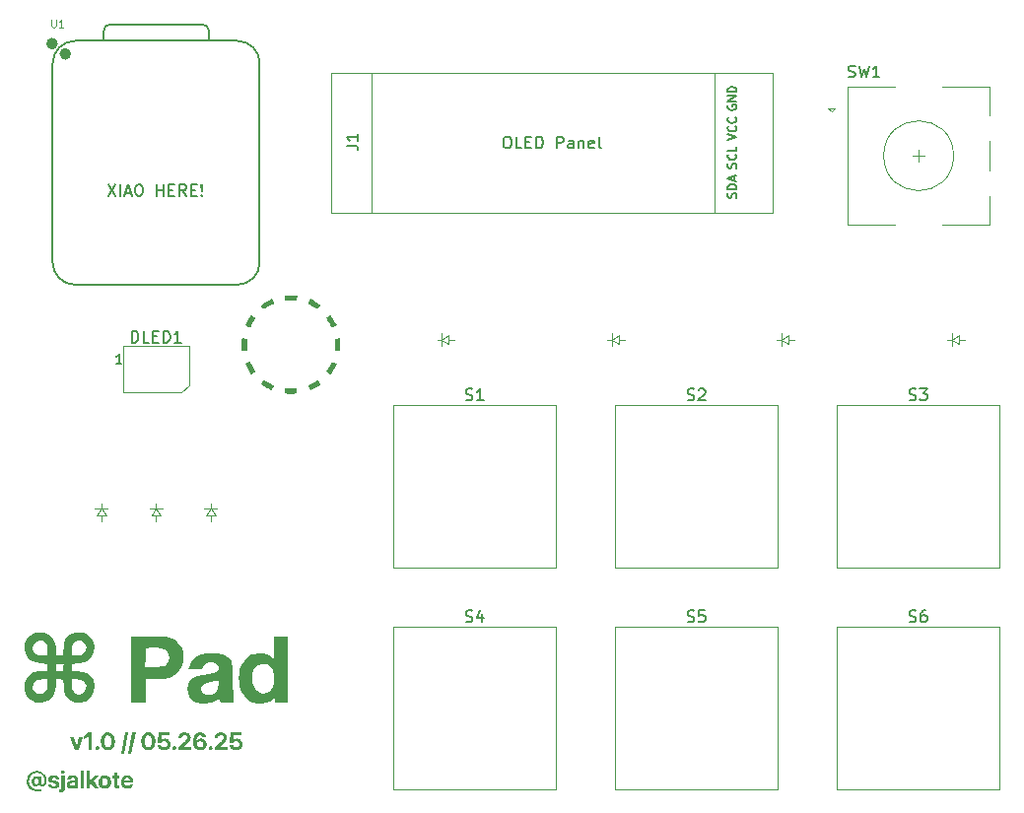
<source format=gbr>
%TF.GenerationSoftware,KiCad,Pcbnew,9.0.2*%
%TF.CreationDate,2025-05-26T15:10:03-05:00*%
%TF.ProjectId,CommandPad,436f6d6d-616e-4645-9061-642e6b696361,1.0*%
%TF.SameCoordinates,Original*%
%TF.FileFunction,Legend,Top*%
%TF.FilePolarity,Positive*%
%FSLAX46Y46*%
G04 Gerber Fmt 4.6, Leading zero omitted, Abs format (unit mm)*
G04 Created by KiCad (PCBNEW 9.0.2) date 2025-05-26 15:10:03*
%MOMM*%
%LPD*%
G01*
G04 APERTURE LIST*
%ADD10C,0.200000*%
%ADD11C,0.150000*%
%ADD12C,0.101600*%
%ADD13C,0.100000*%
%ADD14C,0.000000*%
%ADD15C,0.120000*%
%ADD16C,0.127000*%
%ADD17C,0.504000*%
%ADD18C,0.040000*%
G04 APERTURE END LIST*
D10*
G36*
X145802065Y-133960217D02*
G01*
X145956562Y-133977964D01*
X146095830Y-134016343D01*
X146219090Y-134073521D01*
X146325781Y-134147942D01*
X146415396Y-134238426D01*
X146453606Y-134289429D01*
X146487284Y-134344179D01*
X146516328Y-134402686D01*
X146540497Y-134464712D01*
X146559731Y-134530547D01*
X146573702Y-134599697D01*
X146582298Y-134672696D01*
X146585201Y-134748816D01*
X146585201Y-134749823D01*
X146578428Y-134866518D01*
X146552320Y-134992272D01*
X146510172Y-135092975D01*
X146455204Y-135169927D01*
X146389514Y-135224684D01*
X146352906Y-135244086D01*
X146313923Y-135258131D01*
X146272175Y-135266783D01*
X146228362Y-135269694D01*
X146227804Y-135269694D01*
X146183505Y-135266678D01*
X146142217Y-135258062D01*
X146103356Y-135243910D01*
X146068100Y-135224803D01*
X146036009Y-135200604D01*
X146008182Y-135172180D01*
X145984572Y-135139535D01*
X145965862Y-135103548D01*
X145956612Y-135085138D01*
X145947361Y-135085138D01*
X145939868Y-135101512D01*
X145892688Y-135172949D01*
X145863564Y-135201501D01*
X145831107Y-135225114D01*
X145794507Y-135244207D01*
X145754861Y-135258019D01*
X145710489Y-135266769D01*
X145663337Y-135269694D01*
X145625711Y-135267735D01*
X145582200Y-135260216D01*
X145541206Y-135247255D01*
X145502406Y-135228770D01*
X145466589Y-135205122D01*
X145433188Y-135175760D01*
X145403340Y-135141438D01*
X145376580Y-135101220D01*
X145354036Y-135056259D01*
X145335556Y-135005547D01*
X145321994Y-134950396D01*
X145313507Y-134890082D01*
X145310801Y-134829782D01*
X145543353Y-134829782D01*
X145543353Y-134830881D01*
X145549547Y-134907902D01*
X145572996Y-134984320D01*
X145609839Y-135037286D01*
X145658400Y-135069549D01*
X145687704Y-135078118D01*
X145719757Y-135081017D01*
X145761479Y-135076121D01*
X145790277Y-135066008D01*
X145816242Y-135050625D01*
X145840148Y-135029145D01*
X145860510Y-135002405D01*
X145877956Y-134968635D01*
X145890899Y-134929560D01*
X145899327Y-134883289D01*
X145902206Y-134831889D01*
X145902206Y-134828775D01*
X145895836Y-134754859D01*
X145871591Y-134680159D01*
X145833289Y-134627428D01*
X145783059Y-134595102D01*
X145753214Y-134586571D01*
X145720765Y-134583677D01*
X145682513Y-134587645D01*
X145653911Y-134596816D01*
X145628276Y-134611137D01*
X145604787Y-134631444D01*
X145584853Y-134657009D01*
X145567558Y-134690155D01*
X145554755Y-134728918D01*
X145546243Y-134776412D01*
X145543353Y-134829782D01*
X145310801Y-134829782D01*
X145310620Y-134825752D01*
X145310620Y-134824653D01*
X145312925Y-134771271D01*
X145320739Y-134714888D01*
X145333800Y-134662037D01*
X145373786Y-134569405D01*
X145429464Y-134495535D01*
X145497714Y-134441643D01*
X145576187Y-134408495D01*
X145618726Y-134399995D01*
X145663337Y-134397106D01*
X145742092Y-134407002D01*
X145815594Y-134437892D01*
X145873647Y-134486330D01*
X145913564Y-134548872D01*
X145921715Y-134548872D01*
X145921715Y-134419637D01*
X146128894Y-134419637D01*
X146128894Y-134898476D01*
X146138099Y-134985604D01*
X146161763Y-135042658D01*
X146196140Y-135075505D01*
X146218128Y-135084232D01*
X146242650Y-135087153D01*
X146268654Y-135083577D01*
X146291668Y-135073597D01*
X146312753Y-135057352D01*
X146333900Y-135031855D01*
X146352170Y-134998866D01*
X146368758Y-134953835D01*
X146381201Y-134900145D01*
X146389536Y-134833696D01*
X146392402Y-134758066D01*
X146392402Y-134756967D01*
X146391873Y-134726622D01*
X146376109Y-134594996D01*
X146339980Y-134478901D01*
X146285089Y-134378217D01*
X146250885Y-134333612D01*
X146212376Y-134293013D01*
X146169326Y-134256257D01*
X146122195Y-134223834D01*
X146070331Y-134195488D01*
X146014573Y-134171877D01*
X145953913Y-134152829D01*
X145889537Y-134138983D01*
X145820236Y-134130368D01*
X145747418Y-134127462D01*
X145677446Y-134130490D01*
X145612027Y-134139130D01*
X145549445Y-134153200D01*
X145489995Y-134172480D01*
X145433743Y-134196809D01*
X145380874Y-134226007D01*
X145331575Y-134259894D01*
X145285945Y-134298371D01*
X145244271Y-134341191D01*
X145206613Y-134388355D01*
X145173318Y-134439529D01*
X145144453Y-134494796D01*
X145120375Y-134553739D01*
X145101196Y-134616489D01*
X145087241Y-134682573D01*
X145078678Y-134752122D01*
X145075780Y-134824653D01*
X145075780Y-134825752D01*
X145080500Y-134921394D01*
X145105205Y-135054367D01*
X145124935Y-135114501D01*
X145149413Y-135170741D01*
X145178491Y-135223052D01*
X145212000Y-135271357D01*
X145250210Y-135316056D01*
X145292618Y-135356550D01*
X145340050Y-135393477D01*
X145391506Y-135425907D01*
X145448373Y-135454473D01*
X145509110Y-135478164D01*
X145575529Y-135497402D01*
X145645646Y-135511324D01*
X145721450Y-135520026D01*
X145800724Y-135522943D01*
X145866091Y-135521281D01*
X146027492Y-135502424D01*
X146146297Y-135470645D01*
X146146297Y-135639905D01*
X146115996Y-135649642D01*
X146041288Y-135668758D01*
X145961863Y-135682611D01*
X145875532Y-135691302D01*
X145785336Y-135694219D01*
X145662237Y-135688150D01*
X145507404Y-135661275D01*
X145368521Y-135614678D01*
X145246082Y-135550039D01*
X145140358Y-135468643D01*
X145051626Y-135371294D01*
X145013773Y-135316756D01*
X144980389Y-135258329D01*
X144951559Y-135195904D01*
X144927549Y-135129724D01*
X144908397Y-135059315D01*
X144894474Y-134985253D01*
X144885883Y-134906739D01*
X144882981Y-134824653D01*
X144882981Y-134823646D01*
X144886967Y-134730940D01*
X144896456Y-134655432D01*
X144911373Y-134582919D01*
X144931489Y-134513730D01*
X144956670Y-134447835D01*
X144986705Y-134385468D01*
X145021457Y-134326699D01*
X145060771Y-134271669D01*
X145104471Y-134220554D01*
X145152483Y-134173426D01*
X145204562Y-134130542D01*
X145260726Y-134091944D01*
X145320643Y-134057936D01*
X145384412Y-134028569D01*
X145451622Y-134004151D01*
X145522421Y-133984771D01*
X145596344Y-133970712D01*
X145673550Y-133962113D01*
X145753554Y-133959209D01*
X145802065Y-133960217D01*
G37*
G36*
X147213607Y-135467622D02*
G01*
X147282328Y-135464730D01*
X147347136Y-135456209D01*
X147406629Y-135442579D01*
X147461601Y-135423960D01*
X147510206Y-135401368D01*
X147553884Y-135374501D01*
X147590868Y-135344873D01*
X147622706Y-135311668D01*
X147648162Y-135276579D01*
X147668336Y-135238512D01*
X147682628Y-135198830D01*
X147691446Y-135156631D01*
X147694552Y-135110784D01*
X147694552Y-135109776D01*
X147691578Y-135062511D01*
X147682482Y-135019518D01*
X147668901Y-134984430D01*
X147649997Y-134952493D01*
X147597478Y-134899037D01*
X147519232Y-134854314D01*
X147403857Y-134816802D01*
X147370503Y-134809266D01*
X147183932Y-134769332D01*
X147129393Y-134754715D01*
X147088660Y-134737099D01*
X147064824Y-134720441D01*
X147048459Y-134701526D01*
X147035461Y-134660539D01*
X147035188Y-134652462D01*
X147035188Y-134651363D01*
X147038071Y-134626442D01*
X147046528Y-134603987D01*
X147078739Y-134567636D01*
X147132791Y-134542975D01*
X147203349Y-134534493D01*
X147243649Y-134537339D01*
X147279299Y-134545543D01*
X147309691Y-134558328D01*
X147335396Y-134575317D01*
X147356241Y-134595942D01*
X147372238Y-134619789D01*
X147389004Y-134672887D01*
X147390012Y-134681130D01*
X147665792Y-134681130D01*
X147665792Y-134670872D01*
X147661209Y-134626039D01*
X147650891Y-134582966D01*
X147635174Y-134542547D01*
X147614031Y-134504503D01*
X147587782Y-134469450D01*
X147556344Y-134437378D01*
X147519827Y-134408632D01*
X147478278Y-134383503D01*
X147431486Y-134362200D01*
X147379752Y-134345204D01*
X147322570Y-134332744D01*
X147260500Y-134325344D01*
X147203349Y-134323284D01*
X147134217Y-134326177D01*
X147069690Y-134334705D01*
X147011631Y-134348190D01*
X146958483Y-134366582D01*
X146912186Y-134388746D01*
X146870946Y-134415084D01*
X146836321Y-134444142D01*
X146806807Y-134476714D01*
X146783314Y-134511427D01*
X146765007Y-134549127D01*
X146752245Y-134589001D01*
X146744885Y-134631481D01*
X146743012Y-134667758D01*
X146743012Y-134668857D01*
X146745942Y-134714178D01*
X146754723Y-134756350D01*
X146768481Y-134793488D01*
X146787505Y-134827745D01*
X146840656Y-134886989D01*
X146917017Y-134936066D01*
X147022132Y-134974663D01*
X147063948Y-134984663D01*
X147250519Y-135023589D01*
X147306260Y-135038873D01*
X147347030Y-135057197D01*
X147369067Y-135073668D01*
X147383966Y-135092602D01*
X147395059Y-135134748D01*
X147395141Y-135139452D01*
X147395141Y-135140459D01*
X147392252Y-135164619D01*
X147383750Y-135186320D01*
X147351294Y-135221378D01*
X147295533Y-135245848D01*
X147213607Y-135255314D01*
X147166596Y-135252422D01*
X147125887Y-135243899D01*
X147093870Y-135231291D01*
X147066909Y-135214296D01*
X147028806Y-135169975D01*
X147009542Y-135118935D01*
X147007527Y-135109776D01*
X146715260Y-135109776D01*
X146716268Y-135118935D01*
X146724743Y-135167627D01*
X146738791Y-135213487D01*
X146757653Y-135254945D01*
X146781672Y-135293341D01*
X146810273Y-135327895D01*
X146843800Y-135359101D01*
X146925673Y-135410773D01*
X147028990Y-135447180D01*
X147155980Y-135465864D01*
X147213607Y-135467622D01*
G37*
G36*
X147996345Y-134204307D02*
G01*
X148055932Y-134193314D01*
X148106624Y-134161665D01*
X148126725Y-134139040D01*
X148142076Y-134112952D01*
X148152001Y-134084452D01*
X148156167Y-134053868D01*
X148156263Y-134048419D01*
X148145192Y-133991143D01*
X148112941Y-133941452D01*
X148089804Y-133921674D01*
X148062905Y-133906504D01*
X148033478Y-133896757D01*
X148001553Y-133892701D01*
X147996345Y-133892622D01*
X147936707Y-133903614D01*
X147885987Y-133935254D01*
X147865879Y-133957869D01*
X147850524Y-133983941D01*
X147840597Y-134012421D01*
X147836430Y-134042977D01*
X147836335Y-134048419D01*
X147847407Y-134105746D01*
X147879652Y-134155450D01*
X147902784Y-134175228D01*
X147929679Y-134190402D01*
X147959112Y-134200157D01*
X147991050Y-134204226D01*
X147996345Y-134204307D01*
G37*
G36*
X147752254Y-135806967D02*
G01*
X147820082Y-135804043D01*
X147881718Y-135795295D01*
X147932992Y-135782104D01*
X147978886Y-135764025D01*
X148016843Y-135742753D01*
X148050011Y-135717268D01*
X148077336Y-135688826D01*
X148100155Y-135656535D01*
X148132103Y-135580540D01*
X148145696Y-135485792D01*
X148146004Y-135467622D01*
X148146004Y-134345815D01*
X147846593Y-134345815D01*
X147846593Y-135459379D01*
X147843576Y-135497556D01*
X147834182Y-135527697D01*
X147821949Y-135546187D01*
X147805184Y-135560366D01*
X147757480Y-135576920D01*
X147708199Y-135580371D01*
X147670189Y-135578356D01*
X147670189Y-135803945D01*
X147752254Y-135806967D01*
G37*
G36*
X148923310Y-134328351D02*
G01*
X149037778Y-134352845D01*
X149131549Y-134394570D01*
X149204767Y-134450639D01*
X149257875Y-134519184D01*
X149276917Y-134557900D01*
X149290784Y-134599446D01*
X149299351Y-134644138D01*
X149302250Y-134691388D01*
X149302250Y-135445000D01*
X149002839Y-135445000D01*
X149002839Y-135280960D01*
X148996702Y-135280960D01*
X148987179Y-135297130D01*
X148960832Y-135333817D01*
X148930266Y-135366422D01*
X148895756Y-135394691D01*
X148857563Y-135418385D01*
X148815881Y-135437286D01*
X148771040Y-135451103D01*
X148723166Y-135459604D01*
X148672653Y-135462493D01*
X148660736Y-135462357D01*
X148607799Y-135458297D01*
X148558187Y-135448809D01*
X148470758Y-135415117D01*
X148400139Y-135364119D01*
X148347724Y-135298329D01*
X148328779Y-135260550D01*
X148314937Y-135219808D01*
X148306431Y-135176272D01*
X148303541Y-135130293D01*
X148303541Y-135128186D01*
X148303543Y-135127024D01*
X148305374Y-135112799D01*
X148599838Y-135112799D01*
X148599838Y-135114905D01*
X148608020Y-135160515D01*
X148620296Y-135183432D01*
X148637695Y-135202944D01*
X148661886Y-135220008D01*
X148691267Y-135232681D01*
X148728183Y-135241162D01*
X148770106Y-135244049D01*
X148836926Y-135236465D01*
X148873641Y-135224855D01*
X148906693Y-135208462D01*
X148959060Y-135164113D01*
X148991609Y-135107894D01*
X148999970Y-135076523D01*
X149002839Y-135043098D01*
X149002839Y-134964146D01*
X148776243Y-134978526D01*
X148697926Y-134992151D01*
X148643711Y-135019800D01*
X148611476Y-135059177D01*
X148602758Y-135084514D01*
X148599838Y-135112799D01*
X148305374Y-135112799D01*
X148314596Y-135041150D01*
X148327959Y-135002937D01*
X148346416Y-134967747D01*
X148370628Y-134934733D01*
X148400023Y-134905016D01*
X148436677Y-134877196D01*
X148478896Y-134853180D01*
X148530270Y-134831693D01*
X148587752Y-134814725D01*
X148656088Y-134801615D01*
X148731088Y-134793879D01*
X149002839Y-134777484D01*
X149002839Y-134709798D01*
X149002372Y-134695608D01*
X148988080Y-134637123D01*
X148973816Y-134613251D01*
X148954910Y-134592980D01*
X148930369Y-134575916D01*
X148900991Y-134563230D01*
X148864342Y-134554777D01*
X148822404Y-134551895D01*
X148757589Y-134558575D01*
X148723374Y-134568979D01*
X148694072Y-134583618D01*
X148670001Y-134601855D01*
X148651006Y-134623349D01*
X148637072Y-134647967D01*
X148628598Y-134674993D01*
X148626583Y-134684244D01*
X148352725Y-134684244D01*
X148353825Y-134671879D01*
X148358120Y-134637971D01*
X148384539Y-134552664D01*
X148405676Y-134513836D01*
X148431942Y-134477912D01*
X148463621Y-134444762D01*
X148500316Y-134415074D01*
X148542724Y-134388651D01*
X148590091Y-134366333D01*
X148643393Y-134348066D01*
X148701594Y-134334619D01*
X148765735Y-134326166D01*
X148834678Y-134323284D01*
X148923310Y-134328351D01*
G37*
G36*
X149501644Y-135445000D02*
G01*
X149801055Y-135445000D01*
X149801055Y-133965437D01*
X149501644Y-133965437D01*
X149501644Y-135445000D01*
G37*
G36*
X150013271Y-135445000D02*
G01*
X150312683Y-135445000D01*
X150312683Y-135081017D01*
X150389619Y-134995928D01*
X150704418Y-135445000D01*
X151049899Y-135445000D01*
X150614109Y-134818517D01*
X151029474Y-134345815D01*
X150690038Y-134345815D01*
X150318819Y-134785727D01*
X150312683Y-134785727D01*
X150312683Y-133965437D01*
X150013271Y-133965437D01*
X150013271Y-135445000D01*
G37*
G36*
X151673189Y-134328696D02*
G01*
X151786731Y-134354257D01*
X151885022Y-134399055D01*
X151968112Y-134461901D01*
X152003947Y-134500033D01*
X152035664Y-134542430D01*
X152063419Y-134589590D01*
X152086621Y-134640888D01*
X152105405Y-134697294D01*
X152119110Y-134757751D01*
X152127683Y-134823567D01*
X152130582Y-134893346D01*
X152130582Y-134895453D01*
X152125173Y-134991529D01*
X152099949Y-135113013D01*
X152056229Y-135216387D01*
X151995534Y-135302454D01*
X151958954Y-135339214D01*
X151918453Y-135371572D01*
X151873508Y-135399792D01*
X151824823Y-135423268D01*
X151771286Y-135442266D01*
X151714145Y-135456067D01*
X151651843Y-135464713D01*
X151586073Y-135467622D01*
X151497570Y-135462304D01*
X151383747Y-135437052D01*
X151285843Y-135392781D01*
X151203335Y-135330539D01*
X151167727Y-135292608D01*
X151136256Y-135250400D01*
X151108613Y-135203167D01*
X151085532Y-135151732D01*
X151066756Y-135094773D01*
X151053070Y-135033645D01*
X151044468Y-134966618D01*
X151041564Y-134895453D01*
X151041564Y-134893346D01*
X151346105Y-134893346D01*
X151346105Y-134895453D01*
X151349213Y-134960836D01*
X151369487Y-135060971D01*
X151404974Y-135135869D01*
X151453014Y-135188650D01*
X151481677Y-135207509D01*
X151513250Y-135221224D01*
X151548777Y-135229873D01*
X151587081Y-135232783D01*
X151616021Y-135231090D01*
X151682570Y-135211849D01*
X151712243Y-135194063D01*
X151738866Y-135171056D01*
X151763293Y-135141506D01*
X151783999Y-135106520D01*
X151801637Y-135063768D01*
X151814670Y-135015278D01*
X151823155Y-134958335D01*
X151826042Y-134895453D01*
X151826042Y-134893346D01*
X151823013Y-134830212D01*
X151802622Y-134730643D01*
X151766703Y-134655495D01*
X151718179Y-134602360D01*
X151689442Y-134583427D01*
X151657890Y-134569655D01*
X151622771Y-134561030D01*
X151585066Y-134558123D01*
X151556562Y-134559784D01*
X151489978Y-134579037D01*
X151460210Y-134596871D01*
X151433472Y-134619940D01*
X151408962Y-134649496D01*
X151388170Y-134684460D01*
X151370512Y-134726980D01*
X151357457Y-134775141D01*
X151348989Y-134831365D01*
X151346105Y-134893346D01*
X151041564Y-134893346D01*
X151046851Y-134800128D01*
X151072132Y-134679414D01*
X151116238Y-134575929D01*
X151177563Y-134489355D01*
X151214462Y-134452333D01*
X151255270Y-134419714D01*
X151300360Y-134391326D01*
X151349119Y-134367697D01*
X151402384Y-134348655D01*
X151459110Y-134334816D01*
X151520466Y-134326191D01*
X151585066Y-134323284D01*
X151673189Y-134328696D01*
G37*
G36*
X152720062Y-135467622D02*
G01*
X152842399Y-135459529D01*
X152864685Y-135456357D01*
X152864685Y-135236905D01*
X152853495Y-135238203D01*
X152800021Y-135242034D01*
X152758452Y-135238950D01*
X152724353Y-135229085D01*
X152703422Y-135216451D01*
X152686881Y-135198941D01*
X152667778Y-135151523D01*
X152663734Y-135104647D01*
X152663734Y-134571404D01*
X152864685Y-134571404D01*
X152864685Y-134345815D01*
X152663734Y-134345815D01*
X152663734Y-134077178D01*
X152361209Y-134077178D01*
X152361209Y-134345815D01*
X152208435Y-134345815D01*
X152208435Y-134571404D01*
X152361209Y-134571404D01*
X152361209Y-135137437D01*
X152364151Y-135199118D01*
X152373022Y-135253800D01*
X152385990Y-135296842D01*
X152403775Y-135334651D01*
X152424736Y-135365322D01*
X152449962Y-135391709D01*
X152512737Y-135431858D01*
X152597609Y-135457600D01*
X152720062Y-135467622D01*
G37*
G36*
X153567128Y-134326473D02*
G01*
X153679967Y-134348865D01*
X153778104Y-134391067D01*
X153821715Y-134419232D01*
X153861478Y-134451870D01*
X153897600Y-134489205D01*
X153929520Y-134530753D01*
X153957542Y-134577173D01*
X153980922Y-134627586D01*
X153999856Y-134682998D01*
X154013641Y-134742183D01*
X154022240Y-134806298D01*
X154025143Y-134873929D01*
X154025143Y-134966161D01*
X153268418Y-134966161D01*
X153269713Y-134993971D01*
X153287030Y-135082337D01*
X153321489Y-135150651D01*
X153371350Y-135200660D01*
X153402364Y-135219080D01*
X153436942Y-135232545D01*
X153476555Y-135241145D01*
X153519652Y-135244049D01*
X153577423Y-135238692D01*
X153617223Y-135227765D01*
X153651793Y-135212051D01*
X153682868Y-135191135D01*
X153707803Y-135167185D01*
X153726602Y-135141306D01*
X153739013Y-135114905D01*
X153741120Y-135108677D01*
X154015893Y-135108677D01*
X154012779Y-135120034D01*
X154006112Y-135146977D01*
X153969484Y-135234262D01*
X153913002Y-135312095D01*
X153838882Y-135376528D01*
X153747979Y-135425338D01*
X153696410Y-135443204D01*
X153639905Y-135456538D01*
X153579172Y-135464772D01*
X153513424Y-135467622D01*
X153429356Y-135462797D01*
X153315581Y-135438186D01*
X153217731Y-135394434D01*
X153174523Y-135365700D01*
X153135196Y-135332542D01*
X153099506Y-135294668D01*
X153068003Y-135252542D01*
X153040265Y-135205257D01*
X153017135Y-135153817D01*
X152998288Y-135096751D01*
X152984570Y-135035599D01*
X152975944Y-134968532D01*
X152973037Y-134897468D01*
X152973037Y-134896461D01*
X152977922Y-134805713D01*
X152983606Y-134777484D01*
X153271441Y-134777484D01*
X153738005Y-134777484D01*
X153725091Y-134714216D01*
X153692527Y-134642563D01*
X153670656Y-134614325D01*
X153645303Y-134590948D01*
X153615991Y-134572095D01*
X153583536Y-134558422D01*
X153546352Y-134549688D01*
X153506280Y-134546766D01*
X153453947Y-134552081D01*
X153388194Y-134577436D01*
X153359662Y-134597732D01*
X153334431Y-134622961D01*
X153312402Y-134653659D01*
X153294416Y-134689264D01*
X153280457Y-134730899D01*
X153271441Y-134777484D01*
X152983606Y-134777484D01*
X153002653Y-134682882D01*
X153046101Y-134577652D01*
X153106368Y-134489940D01*
X153182300Y-134419758D01*
X153226070Y-134391317D01*
X153273431Y-134367617D01*
X153324882Y-134348612D01*
X153379716Y-134334782D01*
X153438837Y-134326186D01*
X153501151Y-134323284D01*
X153567128Y-134326473D01*
G37*
G36*
X148987521Y-132145000D02*
G01*
X149324943Y-132145000D01*
X149702206Y-131045815D01*
X149389515Y-131045815D01*
X149162918Y-131880484D01*
X149156782Y-131880484D01*
X148927071Y-131045815D01*
X148607144Y-131045815D01*
X148987521Y-132145000D01*
G37*
G36*
X150184067Y-132145000D02*
G01*
X150490622Y-132145000D01*
X150490622Y-130665437D01*
X150183060Y-130665437D01*
X149800575Y-130930960D01*
X149800575Y-131205825D01*
X150177930Y-130949461D01*
X150184067Y-130949461D01*
X150184067Y-132145000D01*
G37*
G36*
X150944456Y-132162493D02*
G01*
X151004520Y-132151444D01*
X151056446Y-132119410D01*
X151077373Y-132096401D01*
X151093703Y-132069704D01*
X151104710Y-132040361D01*
X151110074Y-132008605D01*
X151110511Y-131996347D01*
X151099462Y-131935834D01*
X151067582Y-131884081D01*
X151044689Y-131863293D01*
X151018129Y-131847089D01*
X150988794Y-131836115D01*
X150957038Y-131830747D01*
X150944456Y-131830293D01*
X150883509Y-131841367D01*
X150831694Y-131873250D01*
X150811020Y-131896077D01*
X150794919Y-131922618D01*
X150784051Y-131951957D01*
X150778751Y-131983832D01*
X150778310Y-131996347D01*
X150789383Y-132056845D01*
X150821407Y-132108819D01*
X150844344Y-132129630D01*
X150871012Y-132145856D01*
X150900358Y-132156763D01*
X150932223Y-132162067D01*
X150944456Y-132162493D01*
G37*
G36*
X151904666Y-130641660D02*
G01*
X152020996Y-130661548D01*
X152074391Y-130679319D01*
X152124673Y-130702157D01*
X152172141Y-130730194D01*
X152216271Y-130763134D01*
X152257786Y-130801683D01*
X152295640Y-130845076D01*
X152330702Y-130894691D01*
X152361681Y-130949154D01*
X152389318Y-131010432D01*
X152412367Y-131076579D01*
X152431252Y-131149913D01*
X152444990Y-131228099D01*
X152453625Y-131313500D01*
X152456533Y-131403661D01*
X152456533Y-131405768D01*
X152453329Y-131500315D01*
X152431411Y-131658877D01*
X152391191Y-131794481D01*
X152335203Y-131907942D01*
X152265285Y-132000421D01*
X152182396Y-132072961D01*
X152136108Y-132101949D01*
X152086607Y-132126019D01*
X152033509Y-132145189D01*
X151977315Y-132159102D01*
X151916967Y-132167737D01*
X151853589Y-132170645D01*
X151802379Y-132168762D01*
X151686176Y-132148827D01*
X151632816Y-132131024D01*
X151582565Y-132108150D01*
X151535105Y-132080062D01*
X151490983Y-132047068D01*
X151449459Y-132008446D01*
X151411599Y-131964978D01*
X151376521Y-131915272D01*
X151345531Y-131860717D01*
X151317880Y-131799340D01*
X151294822Y-131733098D01*
X151275930Y-131659675D01*
X151262189Y-131581411D01*
X151253553Y-131495960D01*
X151250645Y-131405768D01*
X151250645Y-131403661D01*
X151563337Y-131403661D01*
X151563337Y-131405768D01*
X151565692Y-131487090D01*
X151584558Y-131632458D01*
X151618287Y-131742849D01*
X151663004Y-131823033D01*
X151716649Y-131877933D01*
X151779439Y-131910971D01*
X151815279Y-131919615D01*
X151853589Y-131922525D01*
X151866703Y-131922196D01*
X151903434Y-131917509D01*
X151937777Y-131907363D01*
X151970547Y-131891360D01*
X152000675Y-131869839D01*
X152029840Y-131840937D01*
X152055856Y-131806060D01*
X152080444Y-131761632D01*
X152101146Y-131710554D01*
X152119070Y-131647997D01*
X152132216Y-131578138D01*
X152140842Y-131495810D01*
X152143750Y-131405768D01*
X152143750Y-131403661D01*
X152141438Y-131323064D01*
X152122668Y-131177725D01*
X152089032Y-131067440D01*
X152044389Y-130987350D01*
X151990766Y-130932500D01*
X151927917Y-130899471D01*
X151891996Y-130890822D01*
X151853589Y-130887912D01*
X151840477Y-130888239D01*
X151769285Y-130903044D01*
X151736494Y-130919010D01*
X151706349Y-130940484D01*
X151677191Y-130969303D01*
X151651181Y-131004087D01*
X151626611Y-131048385D01*
X151605922Y-131099329D01*
X151588009Y-131161737D01*
X151574870Y-131231456D01*
X151566244Y-131313683D01*
X151563337Y-131403661D01*
X151250645Y-131403661D01*
X151253809Y-131309695D01*
X151275647Y-131151172D01*
X151315780Y-131015666D01*
X151371684Y-130902315D01*
X151441535Y-130809928D01*
X151524397Y-130737447D01*
X151570699Y-130708473D01*
X151620222Y-130684416D01*
X151673376Y-130665247D01*
X151729637Y-130651337D01*
X151790090Y-130642701D01*
X151853589Y-130639792D01*
X151904666Y-130641660D01*
G37*
G36*
X153592079Y-130665437D02*
G01*
X153326465Y-130665437D01*
X152955338Y-132503945D01*
X153221868Y-132503945D01*
X153592079Y-130665437D01*
G37*
G36*
X154226622Y-130665437D02*
G01*
X153961008Y-130665437D01*
X153589881Y-132503945D01*
X153856411Y-132503945D01*
X154226622Y-130665437D01*
G37*
G36*
X155379264Y-130641660D02*
G01*
X155495595Y-130661548D01*
X155548989Y-130679319D01*
X155599272Y-130702157D01*
X155646740Y-130730194D01*
X155690870Y-130763134D01*
X155732385Y-130801683D01*
X155770239Y-130845076D01*
X155805301Y-130894691D01*
X155836280Y-130949154D01*
X155863917Y-131010432D01*
X155886966Y-131076579D01*
X155905851Y-131149913D01*
X155919588Y-131228099D01*
X155928223Y-131313500D01*
X155931132Y-131403661D01*
X155931132Y-131405768D01*
X155927927Y-131500315D01*
X155906010Y-131658877D01*
X155865790Y-131794481D01*
X155809801Y-131907942D01*
X155739884Y-132000421D01*
X155656995Y-132072961D01*
X155610707Y-132101949D01*
X155561206Y-132126019D01*
X155508108Y-132145189D01*
X155451914Y-132159102D01*
X155391566Y-132167737D01*
X155328188Y-132170645D01*
X155276977Y-132168762D01*
X155160775Y-132148827D01*
X155107415Y-132131024D01*
X155057164Y-132108150D01*
X155009704Y-132080062D01*
X154965581Y-132047068D01*
X154924058Y-132008446D01*
X154886197Y-131964978D01*
X154851120Y-131915272D01*
X154820129Y-131860717D01*
X154792479Y-131799340D01*
X154769420Y-131733098D01*
X154750528Y-131659675D01*
X154736788Y-131581411D01*
X154728152Y-131495960D01*
X154725244Y-131405768D01*
X154725244Y-131403661D01*
X155037936Y-131403661D01*
X155037936Y-131405768D01*
X155040291Y-131487090D01*
X155059157Y-131632458D01*
X155092886Y-131742849D01*
X155137603Y-131823033D01*
X155191248Y-131877933D01*
X155254037Y-131910971D01*
X155289878Y-131919615D01*
X155328188Y-131922525D01*
X155341302Y-131922196D01*
X155378033Y-131917509D01*
X155412376Y-131907363D01*
X155445146Y-131891360D01*
X155475274Y-131869839D01*
X155504439Y-131840937D01*
X155530455Y-131806060D01*
X155555042Y-131761632D01*
X155575744Y-131710554D01*
X155593669Y-131647997D01*
X155606814Y-131578138D01*
X155615441Y-131495810D01*
X155618348Y-131405768D01*
X155618348Y-131403661D01*
X155616037Y-131323064D01*
X155597267Y-131177725D01*
X155563631Y-131067440D01*
X155518987Y-130987350D01*
X155465365Y-130932500D01*
X155402516Y-130899471D01*
X155366594Y-130890822D01*
X155328188Y-130887912D01*
X155315076Y-130888239D01*
X155243883Y-130903044D01*
X155211093Y-130919010D01*
X155180947Y-130940484D01*
X155151790Y-130969303D01*
X155125780Y-131004087D01*
X155101209Y-131048385D01*
X155080521Y-131099329D01*
X155062608Y-131161737D01*
X155049469Y-131231456D01*
X155040843Y-131313683D01*
X155037936Y-131403661D01*
X154725244Y-131403661D01*
X154728408Y-131309695D01*
X154750245Y-131151172D01*
X154790379Y-131015666D01*
X154846283Y-130902315D01*
X154916134Y-130809928D01*
X154998995Y-130737447D01*
X155045298Y-130708473D01*
X155094820Y-130684416D01*
X155147975Y-130665247D01*
X155204235Y-130651337D01*
X155264689Y-130642701D01*
X155328188Y-130639792D01*
X155379264Y-130641660D01*
G37*
G36*
X156677599Y-132170645D02*
G01*
X156745299Y-132167749D01*
X156809839Y-132159202D01*
X156870494Y-132145348D01*
X156927557Y-132126346D01*
X156980212Y-132102699D01*
X157028889Y-132074418D01*
X157072811Y-132042152D01*
X157112410Y-132005757D01*
X157147064Y-131965932D01*
X157177065Y-131922448D01*
X157201999Y-131875916D01*
X157221939Y-131826148D01*
X157236631Y-131773534D01*
X157245954Y-131718065D01*
X157249768Y-131650774D01*
X157249768Y-131648759D01*
X157246879Y-131591875D01*
X157238379Y-131537459D01*
X157224440Y-131485528D01*
X157205345Y-131436597D01*
X157181232Y-131390728D01*
X157152430Y-131348398D01*
X157081556Y-131275197D01*
X157040049Y-131244954D01*
X156994858Y-131219319D01*
X156946326Y-131198580D01*
X156894641Y-131182953D01*
X156840258Y-131172722D01*
X156783258Y-131168079D01*
X156765710Y-131167814D01*
X156710081Y-131170701D01*
X156657534Y-131179184D01*
X156608840Y-131192869D01*
X156563970Y-131211541D01*
X156524093Y-131234426D01*
X156488636Y-131261607D01*
X156458770Y-131291901D01*
X156433768Y-131325795D01*
X156432501Y-131327824D01*
X156426365Y-131327824D01*
X156462268Y-130911543D01*
X157160559Y-130911543D01*
X157160559Y-130665437D01*
X156216163Y-130665437D01*
X156148477Y-131533904D01*
X156418121Y-131533904D01*
X156441620Y-131498758D01*
X156470813Y-131467017D01*
X156488921Y-131451838D01*
X156522054Y-131429245D01*
X156558758Y-131411436D01*
X156598519Y-131398770D01*
X156641447Y-131391351D01*
X156679614Y-131389373D01*
X156723614Y-131392251D01*
X156764815Y-131400670D01*
X156802842Y-131414296D01*
X156837402Y-131432814D01*
X156868063Y-131455822D01*
X156894613Y-131483057D01*
X156916627Y-131514049D01*
X156933913Y-131548604D01*
X156946100Y-131586245D01*
X156952949Y-131626804D01*
X156954387Y-131654896D01*
X156954387Y-131657002D01*
X156951508Y-131699636D01*
X156943080Y-131739536D01*
X156929432Y-131776363D01*
X156910870Y-131809856D01*
X156860162Y-131865700D01*
X156828540Y-131887464D01*
X156793216Y-131904632D01*
X156754319Y-131916941D01*
X156712325Y-131923991D01*
X156678606Y-131925639D01*
X156634462Y-131922781D01*
X156593278Y-131914501D01*
X156554763Y-131900975D01*
X156519958Y-131882760D01*
X156488848Y-131860023D01*
X156462215Y-131833432D01*
X156440386Y-131803446D01*
X156423722Y-131770560D01*
X156410977Y-131727711D01*
X156408871Y-131720566D01*
X156122832Y-131720566D01*
X156123839Y-131735954D01*
X156130576Y-131787024D01*
X156142881Y-131836072D01*
X156183633Y-131927287D01*
X156245009Y-132007549D01*
X156325974Y-132074562D01*
X156373522Y-132102358D01*
X156425379Y-132125816D01*
X156481630Y-132144732D01*
X156541849Y-132158698D01*
X156606014Y-132167443D01*
X156673780Y-132170636D01*
X156677599Y-132170645D01*
G37*
G36*
X157559529Y-132162493D02*
G01*
X157619593Y-132151444D01*
X157671519Y-132119410D01*
X157692446Y-132096401D01*
X157708776Y-132069704D01*
X157719784Y-132040361D01*
X157725147Y-132008605D01*
X157725584Y-131996347D01*
X157714535Y-131935834D01*
X157682655Y-131884081D01*
X157659762Y-131863293D01*
X157633202Y-131847089D01*
X157603867Y-131836115D01*
X157572111Y-131830747D01*
X157559529Y-131830293D01*
X157498583Y-131841367D01*
X157446767Y-131873250D01*
X157426093Y-131896077D01*
X157409992Y-131922618D01*
X157399124Y-131951957D01*
X157393824Y-131983832D01*
X157393383Y-131996347D01*
X157404457Y-132056845D01*
X157436481Y-132108819D01*
X157459418Y-132129630D01*
X157486086Y-132145856D01*
X157515431Y-132156763D01*
X157547297Y-132162067D01*
X157559529Y-132162493D01*
G37*
G36*
X157914903Y-132145000D02*
G01*
X158990548Y-132145000D01*
X158990548Y-131898986D01*
X158320010Y-131898986D01*
X158320010Y-131886621D01*
X158629679Y-131603605D01*
X158754513Y-131484175D01*
X158847580Y-131382110D01*
X158890525Y-131324871D01*
X158923393Y-131270012D01*
X158944187Y-131223489D01*
X158958566Y-131176515D01*
X158969990Y-131079287D01*
X158970032Y-131072468D01*
X158970032Y-131070453D01*
X158967137Y-131020518D01*
X158958597Y-130972785D01*
X158925364Y-130884538D01*
X158871387Y-130806664D01*
X158797209Y-130740721D01*
X158703378Y-130689016D01*
X158590971Y-130654438D01*
X158528189Y-130644510D01*
X158461896Y-130640035D01*
X158442009Y-130639792D01*
X158376997Y-130642683D01*
X158314729Y-130651198D01*
X158255479Y-130665110D01*
X158199617Y-130684178D01*
X158147791Y-130707989D01*
X158099936Y-130736416D01*
X158056935Y-130768748D01*
X158018402Y-130805118D01*
X157985218Y-130844523D01*
X157956913Y-130887390D01*
X157934164Y-130932586D01*
X157916647Y-130980707D01*
X157904775Y-131030735D01*
X157898488Y-131083211D01*
X157897500Y-131114508D01*
X157897500Y-131122752D01*
X158184638Y-131122752D01*
X158185646Y-131113501D01*
X158189726Y-131074920D01*
X158199321Y-131038716D01*
X158214165Y-131005239D01*
X158233961Y-130974915D01*
X158258437Y-130948115D01*
X158287295Y-130925245D01*
X158320238Y-130906694D01*
X158356984Y-130892843D01*
X158397206Y-130884083D01*
X158440648Y-130880784D01*
X158444024Y-130880768D01*
X158484580Y-130883637D01*
X158522105Y-130891997D01*
X158556135Y-130905433D01*
X158586395Y-130923593D01*
X158612315Y-130945909D01*
X158633788Y-130972151D01*
X158650298Y-131001628D01*
X158661737Y-131034249D01*
X158668606Y-131087855D01*
X158668606Y-131089962D01*
X158665253Y-131136342D01*
X158653506Y-131181471D01*
X158612357Y-131256804D01*
X158527167Y-131356501D01*
X158437888Y-131443687D01*
X157914903Y-131932783D01*
X157914903Y-132145000D01*
G37*
G36*
X159847932Y-130643456D02*
G01*
X159910066Y-130652735D01*
X159969043Y-130667385D01*
X160024517Y-130687096D01*
X160076278Y-130711598D01*
X160166883Y-130773286D01*
X160238716Y-130849381D01*
X160290308Y-130936955D01*
X160320634Y-131033542D01*
X160322649Y-131043800D01*
X160017101Y-131043800D01*
X160013987Y-131034549D01*
X159979809Y-130975842D01*
X159927014Y-130927173D01*
X159894795Y-130909281D01*
X159858636Y-130895999D01*
X159818257Y-130887664D01*
X159774018Y-130884798D01*
X159731772Y-130887582D01*
X159692804Y-130895749D01*
X159655797Y-130909594D01*
X159622154Y-130928607D01*
X159589561Y-130954533D01*
X159560682Y-130985713D01*
X159532729Y-131026208D01*
X159509132Y-131072208D01*
X159487520Y-131130174D01*
X159471095Y-131193702D01*
X159458590Y-131270629D01*
X159452076Y-131352462D01*
X159450061Y-131408790D01*
X159456197Y-131408790D01*
X159501315Y-131331483D01*
X159531752Y-131296512D01*
X159566964Y-131265003D01*
X159606389Y-131237571D01*
X159650105Y-131214324D01*
X159697396Y-131195817D01*
X159748499Y-131182165D01*
X159802673Y-131173798D01*
X159860205Y-131170928D01*
X159875633Y-131171127D01*
X159933187Y-131175511D01*
X159987865Y-131185446D01*
X160039594Y-131200722D01*
X160088000Y-131221057D01*
X160133037Y-131246296D01*
X160174293Y-131276104D01*
X160211695Y-131310364D01*
X160244846Y-131348694D01*
X160273614Y-131390975D01*
X160297659Y-131436812D01*
X160316790Y-131486031D01*
X160330732Y-131538275D01*
X160339264Y-131593285D01*
X160342158Y-131650774D01*
X160342158Y-131652881D01*
X160338571Y-131715914D01*
X160329291Y-131770588D01*
X160314531Y-131822664D01*
X160294267Y-131872508D01*
X160268895Y-131919268D01*
X160238238Y-131963283D01*
X160202861Y-132003693D01*
X160162538Y-132040679D01*
X160117927Y-132073518D01*
X160068911Y-132102184D01*
X160016098Y-132126172D01*
X159959608Y-132145292D01*
X159899864Y-132159235D01*
X159837274Y-132167753D01*
X159772003Y-132170645D01*
X159707626Y-132167825D01*
X159589463Y-132146188D01*
X159484420Y-132104491D01*
X159392325Y-132043471D01*
X159351114Y-132005645D01*
X159313297Y-131962904D01*
X159278781Y-131914819D01*
X159248094Y-131861737D01*
X159221013Y-131802645D01*
X159198281Y-131738388D01*
X159179759Y-131667420D01*
X159178087Y-131658010D01*
X159497230Y-131658010D01*
X159497230Y-131660025D01*
X159498389Y-131685287D01*
X159505102Y-131724986D01*
X159517421Y-131762286D01*
X159535290Y-131797385D01*
X159558080Y-131829128D01*
X159616641Y-131880813D01*
X159688154Y-131913423D01*
X159767882Y-131924631D01*
X159794707Y-131923407D01*
X159835924Y-131916580D01*
X159874757Y-131904147D01*
X159911049Y-131886357D01*
X159943901Y-131863762D01*
X159996641Y-131806890D01*
X160029451Y-131738899D01*
X160040640Y-131664146D01*
X160040640Y-131662131D01*
X160039640Y-131637624D01*
X160033366Y-131597363D01*
X160021658Y-131559942D01*
X160004639Y-131525235D01*
X159982820Y-131494079D01*
X159956333Y-131466560D01*
X159925762Y-131443314D01*
X159891461Y-131424646D01*
X159853875Y-131410923D01*
X159813658Y-131402508D01*
X159770996Y-131399631D01*
X159741982Y-131400914D01*
X159699931Y-131407592D01*
X159660611Y-131419671D01*
X159592348Y-131458330D01*
X159540805Y-131513174D01*
X159508460Y-131580649D01*
X159500099Y-131618122D01*
X159497230Y-131658010D01*
X159178087Y-131658010D01*
X159166193Y-131591065D01*
X159157664Y-131507371D01*
X159154771Y-131418041D01*
X159154771Y-131416026D01*
X159159029Y-131305938D01*
X159182498Y-131148017D01*
X159223978Y-131013509D01*
X159281103Y-130901128D01*
X159352277Y-130809453D01*
X159436812Y-130737361D01*
X159484216Y-130708445D01*
X159534889Y-130684457D01*
X159589508Y-130665273D01*
X159647306Y-130651364D01*
X159709644Y-130642704D01*
X159775117Y-130639792D01*
X159847932Y-130643456D01*
G37*
G36*
X160672160Y-132162493D02*
G01*
X160732224Y-132151444D01*
X160784150Y-132119410D01*
X160805077Y-132096401D01*
X160821407Y-132069704D01*
X160832414Y-132040361D01*
X160837778Y-132008605D01*
X160838215Y-131996347D01*
X160827166Y-131935834D01*
X160795286Y-131884081D01*
X160772393Y-131863293D01*
X160745833Y-131847089D01*
X160716498Y-131836115D01*
X160684742Y-131830747D01*
X160672160Y-131830293D01*
X160611213Y-131841367D01*
X160559398Y-131873250D01*
X160538724Y-131896077D01*
X160522623Y-131922618D01*
X160511755Y-131951957D01*
X160506455Y-131983832D01*
X160506014Y-131996347D01*
X160517087Y-132056845D01*
X160549111Y-132108819D01*
X160572048Y-132129630D01*
X160598717Y-132145856D01*
X160628062Y-132156763D01*
X160659927Y-132162067D01*
X160672160Y-132162493D01*
G37*
G36*
X161027534Y-132145000D02*
G01*
X162103179Y-132145000D01*
X162103179Y-131898986D01*
X161432641Y-131898986D01*
X161432641Y-131886621D01*
X161742310Y-131603605D01*
X161867144Y-131484175D01*
X161960211Y-131382110D01*
X162003156Y-131324871D01*
X162036024Y-131270012D01*
X162056818Y-131223489D01*
X162071197Y-131176515D01*
X162082621Y-131079287D01*
X162082663Y-131072468D01*
X162082663Y-131070453D01*
X162079768Y-131020518D01*
X162071227Y-130972785D01*
X162037995Y-130884538D01*
X161984017Y-130806664D01*
X161909840Y-130740721D01*
X161816009Y-130689016D01*
X161703602Y-130654438D01*
X161640820Y-130644510D01*
X161574527Y-130640035D01*
X161554640Y-130639792D01*
X161489627Y-130642683D01*
X161427360Y-130651198D01*
X161368110Y-130665110D01*
X161312248Y-130684178D01*
X161260422Y-130707989D01*
X161212567Y-130736416D01*
X161169566Y-130768748D01*
X161131032Y-130805118D01*
X161097849Y-130844523D01*
X161069543Y-130887390D01*
X161046795Y-130932586D01*
X161029278Y-130980707D01*
X161017406Y-131030735D01*
X161011118Y-131083211D01*
X161010131Y-131114508D01*
X161010131Y-131122752D01*
X161297269Y-131122752D01*
X161298277Y-131113501D01*
X161302356Y-131074920D01*
X161311952Y-131038716D01*
X161326796Y-131005239D01*
X161346592Y-130974915D01*
X161371068Y-130948115D01*
X161399926Y-130925245D01*
X161432869Y-130906694D01*
X161469615Y-130892843D01*
X161509837Y-130884083D01*
X161553279Y-130880784D01*
X161556655Y-130880768D01*
X161597211Y-130883637D01*
X161634736Y-130891997D01*
X161668766Y-130905433D01*
X161699026Y-130923593D01*
X161724946Y-130945909D01*
X161746419Y-130972151D01*
X161762929Y-131001628D01*
X161774368Y-131034249D01*
X161781236Y-131087855D01*
X161781236Y-131089962D01*
X161777884Y-131136342D01*
X161766137Y-131181471D01*
X161724988Y-131256804D01*
X161639798Y-131356501D01*
X161550519Y-131443687D01*
X161027534Y-131932783D01*
X161027534Y-132145000D01*
G37*
G36*
X162861828Y-132170645D02*
G01*
X162929528Y-132167749D01*
X162994068Y-132159202D01*
X163054723Y-132145348D01*
X163111786Y-132126346D01*
X163164441Y-132102699D01*
X163213118Y-132074418D01*
X163257040Y-132042152D01*
X163296638Y-132005757D01*
X163331293Y-131965932D01*
X163361294Y-131922448D01*
X163386228Y-131875916D01*
X163406168Y-131826148D01*
X163420860Y-131773534D01*
X163430182Y-131718065D01*
X163433997Y-131650774D01*
X163433997Y-131648759D01*
X163431108Y-131591875D01*
X163422608Y-131537459D01*
X163408669Y-131485528D01*
X163389574Y-131436597D01*
X163365461Y-131390728D01*
X163336659Y-131348398D01*
X163265785Y-131275197D01*
X163224278Y-131244954D01*
X163179087Y-131219319D01*
X163130555Y-131198580D01*
X163078870Y-131182953D01*
X163024487Y-131172722D01*
X162967486Y-131168079D01*
X162949938Y-131167814D01*
X162894310Y-131170701D01*
X162841763Y-131179184D01*
X162793069Y-131192869D01*
X162748199Y-131211541D01*
X162708321Y-131234426D01*
X162672865Y-131261607D01*
X162642999Y-131291901D01*
X162617997Y-131325795D01*
X162616730Y-131327824D01*
X162610594Y-131327824D01*
X162646497Y-130911543D01*
X163344788Y-130911543D01*
X163344788Y-130665437D01*
X162400392Y-130665437D01*
X162332706Y-131533904D01*
X162602350Y-131533904D01*
X162625849Y-131498758D01*
X162655042Y-131467017D01*
X162673150Y-131451838D01*
X162706283Y-131429245D01*
X162742987Y-131411436D01*
X162782748Y-131398770D01*
X162825676Y-131391351D01*
X162863843Y-131389373D01*
X162907843Y-131392251D01*
X162949044Y-131400670D01*
X162987071Y-131414296D01*
X163021631Y-131432814D01*
X163052292Y-131455822D01*
X163078842Y-131483057D01*
X163100856Y-131514049D01*
X163118141Y-131548604D01*
X163130329Y-131586245D01*
X163137178Y-131626804D01*
X163138616Y-131654896D01*
X163138616Y-131657002D01*
X163135737Y-131699636D01*
X163127309Y-131739536D01*
X163113661Y-131776363D01*
X163095099Y-131809856D01*
X163044391Y-131865700D01*
X163012769Y-131887464D01*
X162977444Y-131904632D01*
X162938547Y-131916941D01*
X162896554Y-131923991D01*
X162862835Y-131925639D01*
X162818691Y-131922781D01*
X162777507Y-131914501D01*
X162738991Y-131900975D01*
X162704187Y-131882760D01*
X162673077Y-131860023D01*
X162646444Y-131833432D01*
X162624615Y-131803446D01*
X162607951Y-131770560D01*
X162595206Y-131727711D01*
X162593100Y-131720566D01*
X162307061Y-131720566D01*
X162308068Y-131735954D01*
X162314805Y-131787024D01*
X162327110Y-131836072D01*
X162367862Y-131927287D01*
X162429238Y-132007549D01*
X162510203Y-132074562D01*
X162557751Y-132102358D01*
X162609608Y-132125816D01*
X162665859Y-132144732D01*
X162726078Y-132158698D01*
X162790243Y-132167443D01*
X162858009Y-132170636D01*
X162861828Y-132170645D01*
G37*
X151860150Y-83567219D02*
X152526816Y-84567219D01*
X152526816Y-83567219D02*
X151860150Y-84567219D01*
X152907769Y-84567219D02*
X152907769Y-83567219D01*
X153336340Y-84281504D02*
X153812530Y-84281504D01*
X153241102Y-84567219D02*
X153574435Y-83567219D01*
X153574435Y-83567219D02*
X153907768Y-84567219D01*
X154431578Y-83567219D02*
X154622054Y-83567219D01*
X154622054Y-83567219D02*
X154717292Y-83614838D01*
X154717292Y-83614838D02*
X154812530Y-83710076D01*
X154812530Y-83710076D02*
X154860149Y-83900552D01*
X154860149Y-83900552D02*
X154860149Y-84233885D01*
X154860149Y-84233885D02*
X154812530Y-84424361D01*
X154812530Y-84424361D02*
X154717292Y-84519600D01*
X154717292Y-84519600D02*
X154622054Y-84567219D01*
X154622054Y-84567219D02*
X154431578Y-84567219D01*
X154431578Y-84567219D02*
X154336340Y-84519600D01*
X154336340Y-84519600D02*
X154241102Y-84424361D01*
X154241102Y-84424361D02*
X154193483Y-84233885D01*
X154193483Y-84233885D02*
X154193483Y-83900552D01*
X154193483Y-83900552D02*
X154241102Y-83710076D01*
X154241102Y-83710076D02*
X154336340Y-83614838D01*
X154336340Y-83614838D02*
X154431578Y-83567219D01*
X156050626Y-84567219D02*
X156050626Y-83567219D01*
X156050626Y-84043409D02*
X156622054Y-84043409D01*
X156622054Y-84567219D02*
X156622054Y-83567219D01*
X157098245Y-84043409D02*
X157431578Y-84043409D01*
X157574435Y-84567219D02*
X157098245Y-84567219D01*
X157098245Y-84567219D02*
X157098245Y-83567219D01*
X157098245Y-83567219D02*
X157574435Y-83567219D01*
X158574435Y-84567219D02*
X158241102Y-84091028D01*
X158003007Y-84567219D02*
X158003007Y-83567219D01*
X158003007Y-83567219D02*
X158383959Y-83567219D01*
X158383959Y-83567219D02*
X158479197Y-83614838D01*
X158479197Y-83614838D02*
X158526816Y-83662457D01*
X158526816Y-83662457D02*
X158574435Y-83757695D01*
X158574435Y-83757695D02*
X158574435Y-83900552D01*
X158574435Y-83900552D02*
X158526816Y-83995790D01*
X158526816Y-83995790D02*
X158479197Y-84043409D01*
X158479197Y-84043409D02*
X158383959Y-84091028D01*
X158383959Y-84091028D02*
X158003007Y-84091028D01*
X159003007Y-84043409D02*
X159336340Y-84043409D01*
X159479197Y-84567219D02*
X159003007Y-84567219D01*
X159003007Y-84567219D02*
X159003007Y-83567219D01*
X159003007Y-83567219D02*
X159479197Y-83567219D01*
X159907769Y-84471980D02*
X159955388Y-84519600D01*
X159955388Y-84519600D02*
X159907769Y-84567219D01*
X159907769Y-84567219D02*
X159860150Y-84519600D01*
X159860150Y-84519600D02*
X159907769Y-84471980D01*
X159907769Y-84471980D02*
X159907769Y-84567219D01*
X159907769Y-84186266D02*
X159860150Y-83614838D01*
X159860150Y-83614838D02*
X159907769Y-83567219D01*
X159907769Y-83567219D02*
X159955388Y-83614838D01*
X159955388Y-83614838D02*
X159907769Y-84186266D01*
X159907769Y-84186266D02*
X159907769Y-83567219D01*
D11*
X153904762Y-97147913D02*
X153904762Y-96147913D01*
X153904762Y-96147913D02*
X154142857Y-96147913D01*
X154142857Y-96147913D02*
X154285714Y-96195532D01*
X154285714Y-96195532D02*
X154380952Y-96290770D01*
X154380952Y-96290770D02*
X154428571Y-96386008D01*
X154428571Y-96386008D02*
X154476190Y-96576484D01*
X154476190Y-96576484D02*
X154476190Y-96719341D01*
X154476190Y-96719341D02*
X154428571Y-96909817D01*
X154428571Y-96909817D02*
X154380952Y-97005055D01*
X154380952Y-97005055D02*
X154285714Y-97100294D01*
X154285714Y-97100294D02*
X154142857Y-97147913D01*
X154142857Y-97147913D02*
X153904762Y-97147913D01*
X155380952Y-97147913D02*
X154904762Y-97147913D01*
X154904762Y-97147913D02*
X154904762Y-96147913D01*
X155714286Y-96624103D02*
X156047619Y-96624103D01*
X156190476Y-97147913D02*
X155714286Y-97147913D01*
X155714286Y-97147913D02*
X155714286Y-96147913D01*
X155714286Y-96147913D02*
X156190476Y-96147913D01*
X156619048Y-97147913D02*
X156619048Y-96147913D01*
X156619048Y-96147913D02*
X156857143Y-96147913D01*
X156857143Y-96147913D02*
X157000000Y-96195532D01*
X157000000Y-96195532D02*
X157095238Y-96290770D01*
X157095238Y-96290770D02*
X157142857Y-96386008D01*
X157142857Y-96386008D02*
X157190476Y-96576484D01*
X157190476Y-96576484D02*
X157190476Y-96719341D01*
X157190476Y-96719341D02*
X157142857Y-96909817D01*
X157142857Y-96909817D02*
X157095238Y-97005055D01*
X157095238Y-97005055D02*
X157000000Y-97100294D01*
X157000000Y-97100294D02*
X156857143Y-97147913D01*
X156857143Y-97147913D02*
X156619048Y-97147913D01*
X158142857Y-97147913D02*
X157571429Y-97147913D01*
X157857143Y-97147913D02*
X157857143Y-96147913D01*
X157857143Y-96147913D02*
X157761905Y-96290770D01*
X157761905Y-96290770D02*
X157666667Y-96386008D01*
X157666667Y-96386008D02*
X157571429Y-96433627D01*
X153028571Y-98930389D02*
X152571428Y-98930389D01*
X152800000Y-98930389D02*
X152800000Y-98130389D01*
X152800000Y-98130389D02*
X152723809Y-98244674D01*
X152723809Y-98244674D02*
X152647619Y-98320865D01*
X152647619Y-98320865D02*
X152571428Y-98358960D01*
D12*
X147016190Y-69423479D02*
X147016190Y-69937526D01*
X147016190Y-69937526D02*
X147046428Y-69998002D01*
X147046428Y-69998002D02*
X147076666Y-70028241D01*
X147076666Y-70028241D02*
X147137142Y-70058479D01*
X147137142Y-70058479D02*
X147258095Y-70058479D01*
X147258095Y-70058479D02*
X147318571Y-70028241D01*
X147318571Y-70028241D02*
X147348809Y-69998002D01*
X147348809Y-69998002D02*
X147379047Y-69937526D01*
X147379047Y-69937526D02*
X147379047Y-69423479D01*
X148014047Y-70058479D02*
X147651190Y-70058479D01*
X147832618Y-70058479D02*
X147832618Y-69423479D01*
X147832618Y-69423479D02*
X147772142Y-69514193D01*
X147772142Y-69514193D02*
X147711666Y-69574669D01*
X147711666Y-69574669D02*
X147651190Y-69604907D01*
D11*
X201644345Y-102070700D02*
X201787202Y-102118319D01*
X201787202Y-102118319D02*
X202025297Y-102118319D01*
X202025297Y-102118319D02*
X202120535Y-102070700D01*
X202120535Y-102070700D02*
X202168154Y-102023080D01*
X202168154Y-102023080D02*
X202215773Y-101927842D01*
X202215773Y-101927842D02*
X202215773Y-101832604D01*
X202215773Y-101832604D02*
X202168154Y-101737366D01*
X202168154Y-101737366D02*
X202120535Y-101689747D01*
X202120535Y-101689747D02*
X202025297Y-101642128D01*
X202025297Y-101642128D02*
X201834821Y-101594509D01*
X201834821Y-101594509D02*
X201739583Y-101546890D01*
X201739583Y-101546890D02*
X201691964Y-101499271D01*
X201691964Y-101499271D02*
X201644345Y-101404033D01*
X201644345Y-101404033D02*
X201644345Y-101308795D01*
X201644345Y-101308795D02*
X201691964Y-101213557D01*
X201691964Y-101213557D02*
X201739583Y-101165938D01*
X201739583Y-101165938D02*
X201834821Y-101118319D01*
X201834821Y-101118319D02*
X202072916Y-101118319D01*
X202072916Y-101118319D02*
X202215773Y-101165938D01*
X202596726Y-101213557D02*
X202644345Y-101165938D01*
X202644345Y-101165938D02*
X202739583Y-101118319D01*
X202739583Y-101118319D02*
X202977678Y-101118319D01*
X202977678Y-101118319D02*
X203072916Y-101165938D01*
X203072916Y-101165938D02*
X203120535Y-101213557D01*
X203120535Y-101213557D02*
X203168154Y-101308795D01*
X203168154Y-101308795D02*
X203168154Y-101404033D01*
X203168154Y-101404033D02*
X203120535Y-101546890D01*
X203120535Y-101546890D02*
X202549107Y-102118319D01*
X202549107Y-102118319D02*
X203168154Y-102118319D01*
X182594345Y-121120700D02*
X182737202Y-121168319D01*
X182737202Y-121168319D02*
X182975297Y-121168319D01*
X182975297Y-121168319D02*
X183070535Y-121120700D01*
X183070535Y-121120700D02*
X183118154Y-121073080D01*
X183118154Y-121073080D02*
X183165773Y-120977842D01*
X183165773Y-120977842D02*
X183165773Y-120882604D01*
X183165773Y-120882604D02*
X183118154Y-120787366D01*
X183118154Y-120787366D02*
X183070535Y-120739747D01*
X183070535Y-120739747D02*
X182975297Y-120692128D01*
X182975297Y-120692128D02*
X182784821Y-120644509D01*
X182784821Y-120644509D02*
X182689583Y-120596890D01*
X182689583Y-120596890D02*
X182641964Y-120549271D01*
X182641964Y-120549271D02*
X182594345Y-120454033D01*
X182594345Y-120454033D02*
X182594345Y-120358795D01*
X182594345Y-120358795D02*
X182641964Y-120263557D01*
X182641964Y-120263557D02*
X182689583Y-120215938D01*
X182689583Y-120215938D02*
X182784821Y-120168319D01*
X182784821Y-120168319D02*
X183022916Y-120168319D01*
X183022916Y-120168319D02*
X183165773Y-120215938D01*
X184022916Y-120501652D02*
X184022916Y-121168319D01*
X183784821Y-120120700D02*
X183546726Y-120834985D01*
X183546726Y-120834985D02*
X184165773Y-120834985D01*
X215466667Y-74307200D02*
X215609524Y-74354819D01*
X215609524Y-74354819D02*
X215847619Y-74354819D01*
X215847619Y-74354819D02*
X215942857Y-74307200D01*
X215942857Y-74307200D02*
X215990476Y-74259580D01*
X215990476Y-74259580D02*
X216038095Y-74164342D01*
X216038095Y-74164342D02*
X216038095Y-74069104D01*
X216038095Y-74069104D02*
X215990476Y-73973866D01*
X215990476Y-73973866D02*
X215942857Y-73926247D01*
X215942857Y-73926247D02*
X215847619Y-73878628D01*
X215847619Y-73878628D02*
X215657143Y-73831009D01*
X215657143Y-73831009D02*
X215561905Y-73783390D01*
X215561905Y-73783390D02*
X215514286Y-73735771D01*
X215514286Y-73735771D02*
X215466667Y-73640533D01*
X215466667Y-73640533D02*
X215466667Y-73545295D01*
X215466667Y-73545295D02*
X215514286Y-73450057D01*
X215514286Y-73450057D02*
X215561905Y-73402438D01*
X215561905Y-73402438D02*
X215657143Y-73354819D01*
X215657143Y-73354819D02*
X215895238Y-73354819D01*
X215895238Y-73354819D02*
X216038095Y-73402438D01*
X216371429Y-73354819D02*
X216609524Y-74354819D01*
X216609524Y-74354819D02*
X216800000Y-73640533D01*
X216800000Y-73640533D02*
X216990476Y-74354819D01*
X216990476Y-74354819D02*
X217228572Y-73354819D01*
X218133333Y-74354819D02*
X217561905Y-74354819D01*
X217847619Y-74354819D02*
X217847619Y-73354819D01*
X217847619Y-73354819D02*
X217752381Y-73497676D01*
X217752381Y-73497676D02*
X217657143Y-73592914D01*
X217657143Y-73592914D02*
X217561905Y-73640533D01*
X172354819Y-80243333D02*
X173069104Y-80243333D01*
X173069104Y-80243333D02*
X173211961Y-80290952D01*
X173211961Y-80290952D02*
X173307200Y-80386190D01*
X173307200Y-80386190D02*
X173354819Y-80529047D01*
X173354819Y-80529047D02*
X173354819Y-80624285D01*
X173354819Y-79243333D02*
X173354819Y-79814761D01*
X173354819Y-79529047D02*
X172354819Y-79529047D01*
X172354819Y-79529047D02*
X172497676Y-79624285D01*
X172497676Y-79624285D02*
X172592914Y-79719523D01*
X172592914Y-79719523D02*
X172640533Y-79814761D01*
X205803450Y-82162856D02*
X205839164Y-82055714D01*
X205839164Y-82055714D02*
X205839164Y-81877142D01*
X205839164Y-81877142D02*
X205803450Y-81805714D01*
X205803450Y-81805714D02*
X205767735Y-81769999D01*
X205767735Y-81769999D02*
X205696307Y-81734285D01*
X205696307Y-81734285D02*
X205624878Y-81734285D01*
X205624878Y-81734285D02*
X205553450Y-81769999D01*
X205553450Y-81769999D02*
X205517735Y-81805714D01*
X205517735Y-81805714D02*
X205482021Y-81877142D01*
X205482021Y-81877142D02*
X205446307Y-82019999D01*
X205446307Y-82019999D02*
X205410592Y-82091428D01*
X205410592Y-82091428D02*
X205374878Y-82127142D01*
X205374878Y-82127142D02*
X205303450Y-82162856D01*
X205303450Y-82162856D02*
X205232021Y-82162856D01*
X205232021Y-82162856D02*
X205160592Y-82127142D01*
X205160592Y-82127142D02*
X205124878Y-82091428D01*
X205124878Y-82091428D02*
X205089164Y-82019999D01*
X205089164Y-82019999D02*
X205089164Y-81841428D01*
X205089164Y-81841428D02*
X205124878Y-81734285D01*
X205767735Y-80984285D02*
X205803450Y-81019999D01*
X205803450Y-81019999D02*
X205839164Y-81127142D01*
X205839164Y-81127142D02*
X205839164Y-81198570D01*
X205839164Y-81198570D02*
X205803450Y-81305713D01*
X205803450Y-81305713D02*
X205732021Y-81377142D01*
X205732021Y-81377142D02*
X205660592Y-81412856D01*
X205660592Y-81412856D02*
X205517735Y-81448570D01*
X205517735Y-81448570D02*
X205410592Y-81448570D01*
X205410592Y-81448570D02*
X205267735Y-81412856D01*
X205267735Y-81412856D02*
X205196307Y-81377142D01*
X205196307Y-81377142D02*
X205124878Y-81305713D01*
X205124878Y-81305713D02*
X205089164Y-81198570D01*
X205089164Y-81198570D02*
X205089164Y-81127142D01*
X205089164Y-81127142D02*
X205124878Y-81019999D01*
X205124878Y-81019999D02*
X205160592Y-80984285D01*
X205839164Y-80305713D02*
X205839164Y-80662856D01*
X205839164Y-80662856D02*
X205089164Y-80662856D01*
X205803450Y-84720713D02*
X205839164Y-84613571D01*
X205839164Y-84613571D02*
X205839164Y-84434999D01*
X205839164Y-84434999D02*
X205803450Y-84363571D01*
X205803450Y-84363571D02*
X205767735Y-84327856D01*
X205767735Y-84327856D02*
X205696307Y-84292142D01*
X205696307Y-84292142D02*
X205624878Y-84292142D01*
X205624878Y-84292142D02*
X205553450Y-84327856D01*
X205553450Y-84327856D02*
X205517735Y-84363571D01*
X205517735Y-84363571D02*
X205482021Y-84434999D01*
X205482021Y-84434999D02*
X205446307Y-84577856D01*
X205446307Y-84577856D02*
X205410592Y-84649285D01*
X205410592Y-84649285D02*
X205374878Y-84684999D01*
X205374878Y-84684999D02*
X205303450Y-84720713D01*
X205303450Y-84720713D02*
X205232021Y-84720713D01*
X205232021Y-84720713D02*
X205160592Y-84684999D01*
X205160592Y-84684999D02*
X205124878Y-84649285D01*
X205124878Y-84649285D02*
X205089164Y-84577856D01*
X205089164Y-84577856D02*
X205089164Y-84399285D01*
X205089164Y-84399285D02*
X205124878Y-84292142D01*
X205839164Y-83970713D02*
X205089164Y-83970713D01*
X205089164Y-83970713D02*
X205089164Y-83792142D01*
X205089164Y-83792142D02*
X205124878Y-83684999D01*
X205124878Y-83684999D02*
X205196307Y-83613570D01*
X205196307Y-83613570D02*
X205267735Y-83577856D01*
X205267735Y-83577856D02*
X205410592Y-83542142D01*
X205410592Y-83542142D02*
X205517735Y-83542142D01*
X205517735Y-83542142D02*
X205660592Y-83577856D01*
X205660592Y-83577856D02*
X205732021Y-83613570D01*
X205732021Y-83613570D02*
X205803450Y-83684999D01*
X205803450Y-83684999D02*
X205839164Y-83792142D01*
X205839164Y-83792142D02*
X205839164Y-83970713D01*
X205624878Y-83256427D02*
X205624878Y-82899285D01*
X205839164Y-83327856D02*
X205089164Y-83077856D01*
X205089164Y-83077856D02*
X205839164Y-82827856D01*
X205089164Y-79729999D02*
X205839164Y-79479999D01*
X205839164Y-79479999D02*
X205089164Y-79229999D01*
X205767735Y-78551428D02*
X205803450Y-78587142D01*
X205803450Y-78587142D02*
X205839164Y-78694285D01*
X205839164Y-78694285D02*
X205839164Y-78765713D01*
X205839164Y-78765713D02*
X205803450Y-78872856D01*
X205803450Y-78872856D02*
X205732021Y-78944285D01*
X205732021Y-78944285D02*
X205660592Y-78979999D01*
X205660592Y-78979999D02*
X205517735Y-79015713D01*
X205517735Y-79015713D02*
X205410592Y-79015713D01*
X205410592Y-79015713D02*
X205267735Y-78979999D01*
X205267735Y-78979999D02*
X205196307Y-78944285D01*
X205196307Y-78944285D02*
X205124878Y-78872856D01*
X205124878Y-78872856D02*
X205089164Y-78765713D01*
X205089164Y-78765713D02*
X205089164Y-78694285D01*
X205089164Y-78694285D02*
X205124878Y-78587142D01*
X205124878Y-78587142D02*
X205160592Y-78551428D01*
X205767735Y-77801428D02*
X205803450Y-77837142D01*
X205803450Y-77837142D02*
X205839164Y-77944285D01*
X205839164Y-77944285D02*
X205839164Y-78015713D01*
X205839164Y-78015713D02*
X205803450Y-78122856D01*
X205803450Y-78122856D02*
X205732021Y-78194285D01*
X205732021Y-78194285D02*
X205660592Y-78229999D01*
X205660592Y-78229999D02*
X205517735Y-78265713D01*
X205517735Y-78265713D02*
X205410592Y-78265713D01*
X205410592Y-78265713D02*
X205267735Y-78229999D01*
X205267735Y-78229999D02*
X205196307Y-78194285D01*
X205196307Y-78194285D02*
X205124878Y-78122856D01*
X205124878Y-78122856D02*
X205089164Y-78015713D01*
X205089164Y-78015713D02*
X205089164Y-77944285D01*
X205089164Y-77944285D02*
X205124878Y-77837142D01*
X205124878Y-77837142D02*
X205160592Y-77801428D01*
X186071428Y-79454819D02*
X186261904Y-79454819D01*
X186261904Y-79454819D02*
X186357142Y-79502438D01*
X186357142Y-79502438D02*
X186452380Y-79597676D01*
X186452380Y-79597676D02*
X186499999Y-79788152D01*
X186499999Y-79788152D02*
X186499999Y-80121485D01*
X186499999Y-80121485D02*
X186452380Y-80311961D01*
X186452380Y-80311961D02*
X186357142Y-80407200D01*
X186357142Y-80407200D02*
X186261904Y-80454819D01*
X186261904Y-80454819D02*
X186071428Y-80454819D01*
X186071428Y-80454819D02*
X185976190Y-80407200D01*
X185976190Y-80407200D02*
X185880952Y-80311961D01*
X185880952Y-80311961D02*
X185833333Y-80121485D01*
X185833333Y-80121485D02*
X185833333Y-79788152D01*
X185833333Y-79788152D02*
X185880952Y-79597676D01*
X185880952Y-79597676D02*
X185976190Y-79502438D01*
X185976190Y-79502438D02*
X186071428Y-79454819D01*
X187404761Y-80454819D02*
X186928571Y-80454819D01*
X186928571Y-80454819D02*
X186928571Y-79454819D01*
X187738095Y-79931009D02*
X188071428Y-79931009D01*
X188214285Y-80454819D02*
X187738095Y-80454819D01*
X187738095Y-80454819D02*
X187738095Y-79454819D01*
X187738095Y-79454819D02*
X188214285Y-79454819D01*
X188642857Y-80454819D02*
X188642857Y-79454819D01*
X188642857Y-79454819D02*
X188880952Y-79454819D01*
X188880952Y-79454819D02*
X189023809Y-79502438D01*
X189023809Y-79502438D02*
X189119047Y-79597676D01*
X189119047Y-79597676D02*
X189166666Y-79692914D01*
X189166666Y-79692914D02*
X189214285Y-79883390D01*
X189214285Y-79883390D02*
X189214285Y-80026247D01*
X189214285Y-80026247D02*
X189166666Y-80216723D01*
X189166666Y-80216723D02*
X189119047Y-80311961D01*
X189119047Y-80311961D02*
X189023809Y-80407200D01*
X189023809Y-80407200D02*
X188880952Y-80454819D01*
X188880952Y-80454819D02*
X188642857Y-80454819D01*
X190404762Y-80454819D02*
X190404762Y-79454819D01*
X190404762Y-79454819D02*
X190785714Y-79454819D01*
X190785714Y-79454819D02*
X190880952Y-79502438D01*
X190880952Y-79502438D02*
X190928571Y-79550057D01*
X190928571Y-79550057D02*
X190976190Y-79645295D01*
X190976190Y-79645295D02*
X190976190Y-79788152D01*
X190976190Y-79788152D02*
X190928571Y-79883390D01*
X190928571Y-79883390D02*
X190880952Y-79931009D01*
X190880952Y-79931009D02*
X190785714Y-79978628D01*
X190785714Y-79978628D02*
X190404762Y-79978628D01*
X191833333Y-80454819D02*
X191833333Y-79931009D01*
X191833333Y-79931009D02*
X191785714Y-79835771D01*
X191785714Y-79835771D02*
X191690476Y-79788152D01*
X191690476Y-79788152D02*
X191500000Y-79788152D01*
X191500000Y-79788152D02*
X191404762Y-79835771D01*
X191833333Y-80407200D02*
X191738095Y-80454819D01*
X191738095Y-80454819D02*
X191500000Y-80454819D01*
X191500000Y-80454819D02*
X191404762Y-80407200D01*
X191404762Y-80407200D02*
X191357143Y-80311961D01*
X191357143Y-80311961D02*
X191357143Y-80216723D01*
X191357143Y-80216723D02*
X191404762Y-80121485D01*
X191404762Y-80121485D02*
X191500000Y-80073866D01*
X191500000Y-80073866D02*
X191738095Y-80073866D01*
X191738095Y-80073866D02*
X191833333Y-80026247D01*
X192309524Y-79788152D02*
X192309524Y-80454819D01*
X192309524Y-79883390D02*
X192357143Y-79835771D01*
X192357143Y-79835771D02*
X192452381Y-79788152D01*
X192452381Y-79788152D02*
X192595238Y-79788152D01*
X192595238Y-79788152D02*
X192690476Y-79835771D01*
X192690476Y-79835771D02*
X192738095Y-79931009D01*
X192738095Y-79931009D02*
X192738095Y-80454819D01*
X193595238Y-80407200D02*
X193500000Y-80454819D01*
X193500000Y-80454819D02*
X193309524Y-80454819D01*
X193309524Y-80454819D02*
X193214286Y-80407200D01*
X193214286Y-80407200D02*
X193166667Y-80311961D01*
X193166667Y-80311961D02*
X193166667Y-79931009D01*
X193166667Y-79931009D02*
X193214286Y-79835771D01*
X193214286Y-79835771D02*
X193309524Y-79788152D01*
X193309524Y-79788152D02*
X193500000Y-79788152D01*
X193500000Y-79788152D02*
X193595238Y-79835771D01*
X193595238Y-79835771D02*
X193642857Y-79931009D01*
X193642857Y-79931009D02*
X193642857Y-80026247D01*
X193642857Y-80026247D02*
X193166667Y-80121485D01*
X194214286Y-80454819D02*
X194119048Y-80407200D01*
X194119048Y-80407200D02*
X194071429Y-80311961D01*
X194071429Y-80311961D02*
X194071429Y-79454819D01*
X205124878Y-76761428D02*
X205089164Y-76832857D01*
X205089164Y-76832857D02*
X205089164Y-76939999D01*
X205089164Y-76939999D02*
X205124878Y-77047142D01*
X205124878Y-77047142D02*
X205196307Y-77118571D01*
X205196307Y-77118571D02*
X205267735Y-77154285D01*
X205267735Y-77154285D02*
X205410592Y-77189999D01*
X205410592Y-77189999D02*
X205517735Y-77189999D01*
X205517735Y-77189999D02*
X205660592Y-77154285D01*
X205660592Y-77154285D02*
X205732021Y-77118571D01*
X205732021Y-77118571D02*
X205803450Y-77047142D01*
X205803450Y-77047142D02*
X205839164Y-76939999D01*
X205839164Y-76939999D02*
X205839164Y-76868571D01*
X205839164Y-76868571D02*
X205803450Y-76761428D01*
X205803450Y-76761428D02*
X205767735Y-76725714D01*
X205767735Y-76725714D02*
X205517735Y-76725714D01*
X205517735Y-76725714D02*
X205517735Y-76868571D01*
X205839164Y-76404285D02*
X205089164Y-76404285D01*
X205089164Y-76404285D02*
X205839164Y-75975714D01*
X205839164Y-75975714D02*
X205089164Y-75975714D01*
X205839164Y-75618571D02*
X205089164Y-75618571D01*
X205089164Y-75618571D02*
X205089164Y-75440000D01*
X205089164Y-75440000D02*
X205124878Y-75332857D01*
X205124878Y-75332857D02*
X205196307Y-75261428D01*
X205196307Y-75261428D02*
X205267735Y-75225714D01*
X205267735Y-75225714D02*
X205410592Y-75190000D01*
X205410592Y-75190000D02*
X205517735Y-75190000D01*
X205517735Y-75190000D02*
X205660592Y-75225714D01*
X205660592Y-75225714D02*
X205732021Y-75261428D01*
X205732021Y-75261428D02*
X205803450Y-75332857D01*
X205803450Y-75332857D02*
X205839164Y-75440000D01*
X205839164Y-75440000D02*
X205839164Y-75618571D01*
X220694345Y-102070700D02*
X220837202Y-102118319D01*
X220837202Y-102118319D02*
X221075297Y-102118319D01*
X221075297Y-102118319D02*
X221170535Y-102070700D01*
X221170535Y-102070700D02*
X221218154Y-102023080D01*
X221218154Y-102023080D02*
X221265773Y-101927842D01*
X221265773Y-101927842D02*
X221265773Y-101832604D01*
X221265773Y-101832604D02*
X221218154Y-101737366D01*
X221218154Y-101737366D02*
X221170535Y-101689747D01*
X221170535Y-101689747D02*
X221075297Y-101642128D01*
X221075297Y-101642128D02*
X220884821Y-101594509D01*
X220884821Y-101594509D02*
X220789583Y-101546890D01*
X220789583Y-101546890D02*
X220741964Y-101499271D01*
X220741964Y-101499271D02*
X220694345Y-101404033D01*
X220694345Y-101404033D02*
X220694345Y-101308795D01*
X220694345Y-101308795D02*
X220741964Y-101213557D01*
X220741964Y-101213557D02*
X220789583Y-101165938D01*
X220789583Y-101165938D02*
X220884821Y-101118319D01*
X220884821Y-101118319D02*
X221122916Y-101118319D01*
X221122916Y-101118319D02*
X221265773Y-101165938D01*
X221599107Y-101118319D02*
X222218154Y-101118319D01*
X222218154Y-101118319D02*
X221884821Y-101499271D01*
X221884821Y-101499271D02*
X222027678Y-101499271D01*
X222027678Y-101499271D02*
X222122916Y-101546890D01*
X222122916Y-101546890D02*
X222170535Y-101594509D01*
X222170535Y-101594509D02*
X222218154Y-101689747D01*
X222218154Y-101689747D02*
X222218154Y-101927842D01*
X222218154Y-101927842D02*
X222170535Y-102023080D01*
X222170535Y-102023080D02*
X222122916Y-102070700D01*
X222122916Y-102070700D02*
X222027678Y-102118319D01*
X222027678Y-102118319D02*
X221741964Y-102118319D01*
X221741964Y-102118319D02*
X221646726Y-102070700D01*
X221646726Y-102070700D02*
X221599107Y-102023080D01*
X220694345Y-121120700D02*
X220837202Y-121168319D01*
X220837202Y-121168319D02*
X221075297Y-121168319D01*
X221075297Y-121168319D02*
X221170535Y-121120700D01*
X221170535Y-121120700D02*
X221218154Y-121073080D01*
X221218154Y-121073080D02*
X221265773Y-120977842D01*
X221265773Y-120977842D02*
X221265773Y-120882604D01*
X221265773Y-120882604D02*
X221218154Y-120787366D01*
X221218154Y-120787366D02*
X221170535Y-120739747D01*
X221170535Y-120739747D02*
X221075297Y-120692128D01*
X221075297Y-120692128D02*
X220884821Y-120644509D01*
X220884821Y-120644509D02*
X220789583Y-120596890D01*
X220789583Y-120596890D02*
X220741964Y-120549271D01*
X220741964Y-120549271D02*
X220694345Y-120454033D01*
X220694345Y-120454033D02*
X220694345Y-120358795D01*
X220694345Y-120358795D02*
X220741964Y-120263557D01*
X220741964Y-120263557D02*
X220789583Y-120215938D01*
X220789583Y-120215938D02*
X220884821Y-120168319D01*
X220884821Y-120168319D02*
X221122916Y-120168319D01*
X221122916Y-120168319D02*
X221265773Y-120215938D01*
X222122916Y-120168319D02*
X221932440Y-120168319D01*
X221932440Y-120168319D02*
X221837202Y-120215938D01*
X221837202Y-120215938D02*
X221789583Y-120263557D01*
X221789583Y-120263557D02*
X221694345Y-120406414D01*
X221694345Y-120406414D02*
X221646726Y-120596890D01*
X221646726Y-120596890D02*
X221646726Y-120977842D01*
X221646726Y-120977842D02*
X221694345Y-121073080D01*
X221694345Y-121073080D02*
X221741964Y-121120700D01*
X221741964Y-121120700D02*
X221837202Y-121168319D01*
X221837202Y-121168319D02*
X222027678Y-121168319D01*
X222027678Y-121168319D02*
X222122916Y-121120700D01*
X222122916Y-121120700D02*
X222170535Y-121073080D01*
X222170535Y-121073080D02*
X222218154Y-120977842D01*
X222218154Y-120977842D02*
X222218154Y-120739747D01*
X222218154Y-120739747D02*
X222170535Y-120644509D01*
X222170535Y-120644509D02*
X222122916Y-120596890D01*
X222122916Y-120596890D02*
X222027678Y-120549271D01*
X222027678Y-120549271D02*
X221837202Y-120549271D01*
X221837202Y-120549271D02*
X221741964Y-120596890D01*
X221741964Y-120596890D02*
X221694345Y-120644509D01*
X221694345Y-120644509D02*
X221646726Y-120739747D01*
X182594345Y-102070700D02*
X182737202Y-102118319D01*
X182737202Y-102118319D02*
X182975297Y-102118319D01*
X182975297Y-102118319D02*
X183070535Y-102070700D01*
X183070535Y-102070700D02*
X183118154Y-102023080D01*
X183118154Y-102023080D02*
X183165773Y-101927842D01*
X183165773Y-101927842D02*
X183165773Y-101832604D01*
X183165773Y-101832604D02*
X183118154Y-101737366D01*
X183118154Y-101737366D02*
X183070535Y-101689747D01*
X183070535Y-101689747D02*
X182975297Y-101642128D01*
X182975297Y-101642128D02*
X182784821Y-101594509D01*
X182784821Y-101594509D02*
X182689583Y-101546890D01*
X182689583Y-101546890D02*
X182641964Y-101499271D01*
X182641964Y-101499271D02*
X182594345Y-101404033D01*
X182594345Y-101404033D02*
X182594345Y-101308795D01*
X182594345Y-101308795D02*
X182641964Y-101213557D01*
X182641964Y-101213557D02*
X182689583Y-101165938D01*
X182689583Y-101165938D02*
X182784821Y-101118319D01*
X182784821Y-101118319D02*
X183022916Y-101118319D01*
X183022916Y-101118319D02*
X183165773Y-101165938D01*
X184118154Y-102118319D02*
X183546726Y-102118319D01*
X183832440Y-102118319D02*
X183832440Y-101118319D01*
X183832440Y-101118319D02*
X183737202Y-101261176D01*
X183737202Y-101261176D02*
X183641964Y-101356414D01*
X183641964Y-101356414D02*
X183546726Y-101404033D01*
X201644345Y-121120700D02*
X201787202Y-121168319D01*
X201787202Y-121168319D02*
X202025297Y-121168319D01*
X202025297Y-121168319D02*
X202120535Y-121120700D01*
X202120535Y-121120700D02*
X202168154Y-121073080D01*
X202168154Y-121073080D02*
X202215773Y-120977842D01*
X202215773Y-120977842D02*
X202215773Y-120882604D01*
X202215773Y-120882604D02*
X202168154Y-120787366D01*
X202168154Y-120787366D02*
X202120535Y-120739747D01*
X202120535Y-120739747D02*
X202025297Y-120692128D01*
X202025297Y-120692128D02*
X201834821Y-120644509D01*
X201834821Y-120644509D02*
X201739583Y-120596890D01*
X201739583Y-120596890D02*
X201691964Y-120549271D01*
X201691964Y-120549271D02*
X201644345Y-120454033D01*
X201644345Y-120454033D02*
X201644345Y-120358795D01*
X201644345Y-120358795D02*
X201691964Y-120263557D01*
X201691964Y-120263557D02*
X201739583Y-120215938D01*
X201739583Y-120215938D02*
X201834821Y-120168319D01*
X201834821Y-120168319D02*
X202072916Y-120168319D01*
X202072916Y-120168319D02*
X202215773Y-120215938D01*
X203120535Y-120168319D02*
X202644345Y-120168319D01*
X202644345Y-120168319D02*
X202596726Y-120644509D01*
X202596726Y-120644509D02*
X202644345Y-120596890D01*
X202644345Y-120596890D02*
X202739583Y-120549271D01*
X202739583Y-120549271D02*
X202977678Y-120549271D01*
X202977678Y-120549271D02*
X203072916Y-120596890D01*
X203072916Y-120596890D02*
X203120535Y-120644509D01*
X203120535Y-120644509D02*
X203168154Y-120739747D01*
X203168154Y-120739747D02*
X203168154Y-120977842D01*
X203168154Y-120977842D02*
X203120535Y-121073080D01*
X203120535Y-121073080D02*
X203072916Y-121120700D01*
X203072916Y-121120700D02*
X202977678Y-121168319D01*
X202977678Y-121168319D02*
X202739583Y-121168319D01*
X202739583Y-121168319D02*
X202644345Y-121120700D01*
X202644345Y-121120700D02*
X202596726Y-121073080D01*
D13*
%TO.C,D6*%
X150900000Y-112023689D02*
X151300000Y-111423689D01*
X151300000Y-111023689D02*
X151300000Y-111423689D01*
X151300000Y-111423689D02*
X151700000Y-112023689D01*
X151300000Y-112023689D02*
X151300000Y-112523689D01*
X151700000Y-112023689D02*
X150900000Y-112023689D01*
X151850000Y-111423689D02*
X150750000Y-111423689D01*
D14*
%TO.C,G\u002A\u002A\u002A*%
G36*
X155951869Y-122389962D02*
G01*
X156434206Y-122404799D01*
X156816265Y-122434266D01*
X157117408Y-122482238D01*
X157357001Y-122552592D01*
X157554407Y-122649205D01*
X157728991Y-122775951D01*
X157849609Y-122886260D01*
X158070365Y-123138082D01*
X158213116Y-123403022D01*
X158295356Y-123724284D01*
X158330791Y-124074578D01*
X158311779Y-124619277D01*
X158184383Y-125077161D01*
X157947780Y-125449738D01*
X157601149Y-125738513D01*
X157353689Y-125866339D01*
X157172472Y-125934704D01*
X156976807Y-125983655D01*
X156734738Y-126017842D01*
X156414311Y-126041915D01*
X156030991Y-126058832D01*
X155074141Y-126093563D01*
X155074141Y-127092871D01*
X155074141Y-128092179D01*
X154447840Y-128092179D01*
X153821539Y-128092179D01*
X153821539Y-125239028D01*
X153821539Y-125042349D01*
X155069620Y-125042349D01*
X155878020Y-125018908D01*
X156686421Y-124995466D01*
X156889322Y-124768204D01*
X157044879Y-124505355D01*
X157103477Y-124202858D01*
X157063181Y-123906363D01*
X156935648Y-123676472D01*
X156731958Y-123534951D01*
X156417450Y-123433894D01*
X156015936Y-123378477D01*
X155551229Y-123373876D01*
X155544846Y-123374175D01*
X155108936Y-123394919D01*
X155089278Y-124218634D01*
X155069620Y-125042349D01*
X153821539Y-125042349D01*
X153821539Y-122385877D01*
X155349887Y-122385877D01*
X155951869Y-122389962D01*
G37*
G36*
X167321813Y-125239028D02*
G01*
X167321813Y-128092179D01*
X166765100Y-128092179D01*
X166208388Y-128092179D01*
X166208388Y-127883412D01*
X166184264Y-127728107D01*
X166127274Y-127674911D01*
X166060496Y-127740073D01*
X166047469Y-127770106D01*
X165966948Y-127854822D01*
X165804103Y-127961591D01*
X165704902Y-128013667D01*
X165412546Y-128107299D01*
X165051659Y-128155274D01*
X164678665Y-128155717D01*
X164349990Y-128106751D01*
X164219692Y-128063061D01*
X163866365Y-127842193D01*
X163549145Y-127515919D01*
X163307147Y-127130589D01*
X163218084Y-126933895D01*
X163161299Y-126757190D01*
X163129623Y-126558887D01*
X163115883Y-126297399D01*
X163112966Y-126004508D01*
X163113056Y-125993919D01*
X164259895Y-125993919D01*
X164296094Y-126422234D01*
X164412191Y-126761228D01*
X164619439Y-127042651D01*
X164638243Y-127061602D01*
X164911709Y-127242247D01*
X165224331Y-127300189D01*
X165544902Y-127232806D01*
X165699261Y-127150745D01*
X165894816Y-126978735D01*
X166023702Y-126748665D01*
X166098669Y-126431201D01*
X166123917Y-126173660D01*
X166115259Y-125700465D01*
X166027674Y-125305135D01*
X165866147Y-125006277D01*
X165789058Y-124924252D01*
X165593762Y-124822032D01*
X165324248Y-124770089D01*
X165037675Y-124772760D01*
X164791202Y-124834379D01*
X164765669Y-124846644D01*
X164541107Y-125037187D01*
X164375278Y-125333090D01*
X164279405Y-125708895D01*
X164259895Y-125993919D01*
X163113056Y-125993919D01*
X163115892Y-125661421D01*
X163130857Y-125415979D01*
X163164995Y-125226737D01*
X163225439Y-125052247D01*
X163307287Y-124875478D01*
X163552279Y-124490043D01*
X163861564Y-124178720D01*
X164205290Y-123969448D01*
X164319633Y-123928009D01*
X164729206Y-123854871D01*
X165145728Y-123866688D01*
X165529190Y-123957284D01*
X165839582Y-124120482D01*
X165901370Y-124172176D01*
X166027255Y-124281275D01*
X166103664Y-124333583D01*
X166107590Y-124334371D01*
X166118806Y-124268933D01*
X166128235Y-124089220D01*
X166135077Y-123820130D01*
X166138535Y-123486562D01*
X166138799Y-123360124D01*
X166138799Y-122385877D01*
X166730306Y-122385877D01*
X167321813Y-122385877D01*
X167321813Y-125239028D01*
G37*
G36*
X161151412Y-123884217D02*
G01*
X161415183Y-123893891D01*
X161603707Y-123915787D01*
X161748937Y-123954629D01*
X161882824Y-124015141D01*
X161957292Y-124056014D01*
X162133894Y-124159030D01*
X162271770Y-124256164D01*
X162376133Y-124365669D01*
X162452197Y-124505799D01*
X162505174Y-124694807D01*
X162540277Y-124950945D01*
X162562721Y-125292466D01*
X162577717Y-125737623D01*
X162589758Y-126270472D01*
X162601941Y-126739020D01*
X162617325Y-127163381D01*
X162634813Y-127522995D01*
X162653305Y-127797302D01*
X162671704Y-127965743D01*
X162682578Y-128007987D01*
X162684075Y-128051016D01*
X162606644Y-128075366D01*
X162430536Y-128083507D01*
X162136004Y-128077906D01*
X162125866Y-128077576D01*
X161831378Y-128065545D01*
X161648129Y-128047895D01*
X161548196Y-128016873D01*
X161503658Y-127964727D01*
X161488879Y-127900719D01*
X161466630Y-127744053D01*
X161144374Y-127932908D01*
X160961944Y-128028293D01*
X160782391Y-128087938D01*
X160560758Y-128121686D01*
X160252089Y-128139381D01*
X160192377Y-128141357D01*
X159889040Y-128142247D01*
X159621058Y-128127771D01*
X159431776Y-128100829D01*
X159388698Y-128087591D01*
X159059605Y-127879316D01*
X158832110Y-127579314D01*
X158711570Y-127196394D01*
X158694502Y-126966170D01*
X159849272Y-126966170D01*
X159926510Y-127176521D01*
X160085917Y-127317686D01*
X160100937Y-127324156D01*
X160375420Y-127383702D01*
X160685041Y-127377741D01*
X160954495Y-127308764D01*
X160983282Y-127294970D01*
X161186605Y-127117785D01*
X161332761Y-126845244D01*
X161403145Y-126515723D01*
X161406744Y-126421477D01*
X161397079Y-126237760D01*
X161360250Y-126165077D01*
X161298572Y-126170305D01*
X161176965Y-126202099D01*
X160964927Y-126244598D01*
X160724462Y-126285948D01*
X160350792Y-126366477D01*
X160094167Y-126475769D01*
X159933569Y-126625024D01*
X159874402Y-126738832D01*
X159849272Y-126966170D01*
X158694502Y-126966170D01*
X158692772Y-126942841D01*
X158717525Y-126605794D01*
X158801015Y-126334778D01*
X158957080Y-126119474D01*
X159199562Y-125949564D01*
X159542303Y-125814728D01*
X159999142Y-125704647D01*
X160457367Y-125627279D01*
X160865460Y-125553135D01*
X161148877Y-125467139D01*
X161322039Y-125362258D01*
X161399366Y-125231461D01*
X161406744Y-125164345D01*
X161357424Y-124926789D01*
X161196719Y-124757043D01*
X161123411Y-124714537D01*
X160839084Y-124627438D01*
X160547417Y-124636398D01*
X160285997Y-124730841D01*
X160092411Y-124900190D01*
X160028000Y-125022775D01*
X159952614Y-125239028D01*
X159364816Y-125239028D01*
X158777018Y-125239028D01*
X158831000Y-124999678D01*
X158986604Y-124603732D01*
X159259328Y-124281412D01*
X159543490Y-124085422D01*
X159704408Y-124000342D01*
X159845506Y-123943020D01*
X160000006Y-123907995D01*
X160201131Y-123889803D01*
X160482104Y-123882982D01*
X160780443Y-123882042D01*
X161151412Y-123884217D01*
G37*
G36*
X149480517Y-122051049D02*
G01*
X149758879Y-122081523D01*
X149958686Y-122143705D01*
X150140123Y-122258239D01*
X150182923Y-122292005D01*
X150475028Y-122581479D01*
X150646354Y-122894056D01*
X150714757Y-123265110D01*
X150717686Y-123351404D01*
X150664592Y-123787215D01*
X150496568Y-124148532D01*
X150219705Y-124429599D01*
X149840094Y-124624657D01*
X149363827Y-124727948D01*
X149251407Y-124737486D01*
X148741539Y-124770208D01*
X148741539Y-125074207D01*
X148741539Y-125378206D01*
X149213917Y-125378206D01*
X149692583Y-125431832D01*
X150092568Y-125586406D01*
X150402949Y-125832470D01*
X150612804Y-126160567D01*
X150711210Y-126561238D01*
X150717246Y-126679904D01*
X150666203Y-127122010D01*
X150497871Y-127491460D01*
X150208062Y-127796712D01*
X150138258Y-127848617D01*
X149953512Y-127965450D01*
X149782957Y-128028647D01*
X149569346Y-128053826D01*
X149373612Y-128057202D01*
X149085143Y-128046252D01*
X148881562Y-128005336D01*
X148709679Y-127921947D01*
X148660310Y-127889505D01*
X148388410Y-127663547D01*
X148206956Y-127405351D01*
X148098732Y-127080747D01*
X148047664Y-126673643D01*
X148010854Y-126108891D01*
X147725606Y-126088006D01*
X147440359Y-126067121D01*
X147395315Y-126599993D01*
X147303722Y-127110373D01*
X147125139Y-127514447D01*
X146861101Y-127810461D01*
X146513145Y-127996660D01*
X146108925Y-128070096D01*
X145858440Y-128069683D01*
X145642043Y-128046185D01*
X145550544Y-128021481D01*
X145173312Y-127793152D01*
X144894713Y-127480486D01*
X144725940Y-127104828D01*
X144696283Y-126845656D01*
X145409099Y-126845656D01*
X145476333Y-127058581D01*
X145594306Y-127184556D01*
X145776384Y-127294357D01*
X145964802Y-127359498D01*
X146085449Y-127358956D01*
X146216848Y-127328642D01*
X146245347Y-127326699D01*
X146333334Y-127279932D01*
X146461822Y-127165107D01*
X146483218Y-127142565D01*
X146580071Y-127015673D01*
X146632033Y-126869883D01*
X146651932Y-126657507D01*
X146653867Y-126508157D01*
X146653867Y-126057883D01*
X148741539Y-126057883D01*
X148743086Y-126500921D01*
X148780820Y-126869409D01*
X148898102Y-127132483D01*
X149105525Y-127305621D01*
X149352678Y-127391877D01*
X149422988Y-127370733D01*
X149571500Y-127312911D01*
X149608035Y-127297796D01*
X149845039Y-127134239D01*
X149975156Y-126905696D01*
X149991196Y-126644296D01*
X149885969Y-126382169D01*
X149829544Y-126308037D01*
X149718494Y-126200480D01*
X149587694Y-126137208D01*
X149392422Y-126102458D01*
X149203243Y-126087282D01*
X148741539Y-126057883D01*
X146653867Y-126057883D01*
X146192163Y-126087282D01*
X145928670Y-126111741D01*
X145759616Y-126154160D01*
X145640277Y-126230302D01*
X145565862Y-126308037D01*
X145430893Y-126561289D01*
X145409099Y-126845656D01*
X144696283Y-126845656D01*
X144678187Y-126687520D01*
X144712733Y-126424001D01*
X144864544Y-126020640D01*
X145115978Y-125713440D01*
X145464083Y-125504498D01*
X145905902Y-125395911D01*
X146072783Y-125386209D01*
X147419347Y-125386209D01*
X147715100Y-125364810D01*
X147900863Y-125344587D01*
X147989439Y-125292056D01*
X148022506Y-125165542D01*
X148032252Y-125047658D01*
X148053651Y-124751905D01*
X147736499Y-124751905D01*
X147419347Y-124751905D01*
X147419347Y-125069057D01*
X147419347Y-125386209D01*
X146072783Y-125386209D01*
X146184141Y-125379735D01*
X146653867Y-125378206D01*
X146653867Y-125074207D01*
X146653867Y-125069057D01*
X146653867Y-124770208D01*
X146139306Y-124737185D01*
X145642721Y-124654261D01*
X145244337Y-124478199D01*
X144948691Y-124213297D01*
X144760317Y-123863854D01*
X144685575Y-123444405D01*
X145400243Y-123444405D01*
X145494257Y-123694639D01*
X145580588Y-123798825D01*
X145726257Y-123921780D01*
X145887655Y-123995071D01*
X146108730Y-124032701D01*
X146358114Y-124046538D01*
X146653867Y-124056014D01*
X146653867Y-123598333D01*
X146647452Y-123340412D01*
X146618350Y-123173392D01*
X146551775Y-123049220D01*
X146450453Y-122937237D01*
X146206845Y-122768094D01*
X145957865Y-122737536D01*
X145710969Y-122845564D01*
X145604679Y-122937237D01*
X145437268Y-123184127D01*
X145400243Y-123444405D01*
X144685575Y-123444405D01*
X144683751Y-123434168D01*
X144682178Y-123356301D01*
X144724977Y-122973951D01*
X144865319Y-122656974D01*
X145121122Y-122369410D01*
X145212483Y-122292005D01*
X145398191Y-122163230D01*
X145589302Y-122091430D01*
X145846141Y-122055895D01*
X145914108Y-122051099D01*
X146364890Y-122079374D01*
X146741223Y-122222964D01*
X147038944Y-122477057D01*
X147253891Y-122836843D01*
X147381904Y-123297509D01*
X147419347Y-123791158D01*
X147419347Y-124064017D01*
X147529955Y-124056014D01*
X148741539Y-124056014D01*
X149002498Y-124055626D01*
X149258059Y-124034893D01*
X149515039Y-123985339D01*
X149522364Y-123983333D01*
X149789179Y-123852578D01*
X149945625Y-123637519D01*
X149994141Y-123350826D01*
X149963754Y-123141596D01*
X149849964Y-122977212D01*
X149780035Y-122913981D01*
X149518254Y-122761563D01*
X149262516Y-122747798D01*
X149016518Y-122872581D01*
X148944953Y-122937237D01*
X148833172Y-123063451D01*
X148771876Y-123190228D01*
X148746277Y-123365621D01*
X148741539Y-123598333D01*
X148741539Y-124056014D01*
X147529955Y-124056014D01*
X147715100Y-124042618D01*
X148010854Y-124021220D01*
X148037851Y-123598333D01*
X148046394Y-123464508D01*
X148098054Y-123029061D01*
X148200428Y-122699789D01*
X148370005Y-122447963D01*
X148623270Y-122244852D01*
X148804612Y-122143294D01*
X149022202Y-122067415D01*
X149295982Y-122044283D01*
X149480517Y-122051049D01*
G37*
D13*
%TO.C,D2*%
X194740000Y-96900000D02*
X195140000Y-96900000D01*
X195140000Y-96350000D02*
X195140000Y-97450000D01*
X195140000Y-96900000D02*
X195740000Y-96500000D01*
X195740000Y-96500000D02*
X195740000Y-97300000D01*
X195740000Y-96900000D02*
X196240000Y-96900000D01*
X195740000Y-97300000D02*
X195140000Y-96900000D01*
D15*
%TO.C,DLED1*%
X153200000Y-97443094D02*
X153200000Y-101443094D01*
X153200000Y-97443094D02*
X158800000Y-97443094D01*
X153200000Y-101443094D02*
X158200000Y-101443094D01*
X158800000Y-100843094D02*
X158200000Y-101443094D01*
X158800000Y-100843094D02*
X158800000Y-97443094D01*
D16*
%TO.C,U1*%
X147110000Y-90279000D02*
X147110000Y-73134000D01*
X149015000Y-92184000D02*
X162985000Y-92184000D01*
X151505000Y-71229000D02*
X151508728Y-70318728D01*
X152008728Y-69819000D02*
X160004000Y-69819000D01*
X160504000Y-70319000D02*
X160504000Y-71229000D01*
D13*
X162985000Y-71229000D02*
X149015000Y-71229000D01*
D16*
X162985000Y-71229000D02*
X149015000Y-71229000D01*
X164890000Y-90279000D02*
X164890000Y-73134000D01*
X147110000Y-73134000D02*
G75*
G02*
X149015000Y-71229000I1905001J-1D01*
G01*
X149015000Y-92184000D02*
G75*
G02*
X147110000Y-90279000I1J1905001D01*
G01*
X151508728Y-70318728D02*
G75*
G02*
X152008728Y-69819001I500018J-291D01*
G01*
X160004000Y-69819000D02*
G75*
G02*
X160504000Y-70319000I0J-500000D01*
G01*
X162985000Y-71229000D02*
G75*
G02*
X164890000Y-73134000I0J-1905000D01*
G01*
X164890000Y-90279000D02*
G75*
G02*
X162985000Y-92184000I-1905000J0D01*
G01*
D17*
X147302000Y-71470000D02*
G75*
G02*
X146798000Y-71470000I-252000J0D01*
G01*
X146798000Y-71470000D02*
G75*
G02*
X147302000Y-71470000I252000J0D01*
G01*
X148445000Y-72350000D02*
G75*
G02*
X147941000Y-72350000I-252000J0D01*
G01*
X147941000Y-72350000D02*
G75*
G02*
X148445000Y-72350000I252000J0D01*
G01*
D13*
%TO.C,D4*%
X160300000Y-112023689D02*
X160700000Y-111423689D01*
X160700000Y-111023689D02*
X160700000Y-111423689D01*
X160700000Y-111423689D02*
X161100000Y-112023689D01*
X160700000Y-112023689D02*
X160700000Y-112523689D01*
X161100000Y-112023689D02*
X160300000Y-112023689D01*
X161250000Y-111423689D02*
X160150000Y-111423689D01*
%TO.C,D3*%
X209340000Y-96900000D02*
X209740000Y-96900000D01*
X209740000Y-96350000D02*
X209740000Y-97450000D01*
X209740000Y-96900000D02*
X210340000Y-96500000D01*
X210340000Y-96500000D02*
X210340000Y-97300000D01*
X210340000Y-96900000D02*
X210840000Y-96900000D01*
X210340000Y-97300000D02*
X209740000Y-96900000D01*
D15*
%TO.C,S2*%
X195421250Y-102552500D02*
X209391250Y-102552500D01*
X195421250Y-116522500D02*
X195421250Y-102552500D01*
X209391250Y-102552500D02*
X209391250Y-116522500D01*
X209391250Y-116522500D02*
X195421250Y-116522500D01*
%TO.C,S4*%
X176371250Y-121602500D02*
X190341250Y-121602500D01*
X176371250Y-135572500D02*
X176371250Y-121602500D01*
X190341250Y-121602500D02*
X190341250Y-135572500D01*
X190341250Y-135572500D02*
X176371250Y-135572500D01*
%TO.C,SW1*%
X213700000Y-77000000D02*
X214300000Y-77000000D01*
X214000000Y-77300000D02*
X213700000Y-77000000D01*
X214300000Y-77000000D02*
X214000000Y-77300000D01*
X215400000Y-75200000D02*
X215400000Y-87000000D01*
X219500000Y-75200000D02*
X215400000Y-75200000D01*
X219500000Y-87000000D02*
X215400000Y-87000000D01*
X221000000Y-81100000D02*
X222000000Y-81100000D01*
X221500000Y-80600000D02*
X221500000Y-81600000D01*
X223500000Y-75200000D02*
X227600000Y-75200000D01*
X227600000Y-75200000D02*
X227600000Y-77600000D01*
X227600000Y-79800000D02*
X227600000Y-82400000D01*
X227600000Y-84600000D02*
X227600000Y-87000000D01*
X227600000Y-87000000D02*
X223500000Y-87000000D01*
X224500000Y-81100000D02*
G75*
G02*
X218500000Y-81100000I-3000000J0D01*
G01*
X218500000Y-81100000D02*
G75*
G02*
X224500000Y-81100000I3000000J0D01*
G01*
D13*
%TO.C,D5*%
X155600000Y-112023689D02*
X156000000Y-111423689D01*
X156000000Y-111023689D02*
X156000000Y-111423689D01*
X156000000Y-111423689D02*
X156400000Y-112023689D01*
X156000000Y-112023689D02*
X156000000Y-112523689D01*
X156400000Y-112023689D02*
X155600000Y-112023689D01*
X156550000Y-111423689D02*
X155450000Y-111423689D01*
D18*
%TO.C,J1*%
X171000000Y-74000000D02*
X171000000Y-86000000D01*
X171000000Y-86000000D02*
X209000000Y-86000000D01*
X174500000Y-74000000D02*
X174500000Y-86000000D01*
X204000000Y-74000000D02*
X204000000Y-86000000D01*
X209000000Y-74000000D02*
X171000000Y-74000000D01*
X209000000Y-86000000D02*
X209000000Y-74000000D01*
D15*
%TO.C,S3*%
X214471250Y-102552500D02*
X228441250Y-102552500D01*
X214471250Y-116522500D02*
X214471250Y-102552500D01*
X228441250Y-102552500D02*
X228441250Y-116522500D01*
X228441250Y-116522500D02*
X214471250Y-116522500D01*
D14*
%TO.C,M3*%
G36*
X171787894Y-96812024D02*
G01*
X171801642Y-96902002D01*
X171808161Y-97061917D01*
X171809838Y-97307618D01*
X171809839Y-97314021D01*
X171806636Y-97539582D01*
X171797946Y-97720941D01*
X171785143Y-97838023D01*
X171771586Y-97871948D01*
X171699425Y-97861309D01*
X171571716Y-97846288D01*
X171547612Y-97843697D01*
X171361891Y-97824021D01*
X171361891Y-97316729D01*
X171361891Y-96809437D01*
X171505187Y-96809437D01*
X171641784Y-96798650D01*
X171729161Y-96778478D01*
X171764530Y-96776133D01*
X171787894Y-96812024D01*
G37*
G36*
X163421856Y-96777733D02*
G01*
X163423850Y-96778478D01*
X163534859Y-96801916D01*
X163647824Y-96809437D01*
X163791121Y-96809437D01*
X163791121Y-97319477D01*
X163791121Y-97829518D01*
X163647824Y-97829518D01*
X163511227Y-97840305D01*
X163423850Y-97860476D01*
X163388621Y-97862811D01*
X163365293Y-97827082D01*
X163351513Y-97737498D01*
X163344925Y-97578270D01*
X163343175Y-97333608D01*
X163343172Y-97319477D01*
X163344750Y-97070328D01*
X163351052Y-96907368D01*
X163364434Y-96814810D01*
X163387251Y-96776861D01*
X163421856Y-96777733D01*
G37*
G36*
X167825655Y-93087722D02*
G01*
X167988615Y-93094024D01*
X168081173Y-93107406D01*
X168119122Y-93130223D01*
X168118250Y-93164828D01*
X168117505Y-93166822D01*
X168094435Y-93276790D01*
X168086546Y-93396340D01*
X168086546Y-93545180D01*
X167576506Y-93545180D01*
X167066465Y-93545180D01*
X167066465Y-93396340D01*
X167056097Y-93258407D01*
X167035507Y-93166822D01*
X167033172Y-93131592D01*
X167068901Y-93108265D01*
X167158485Y-93094485D01*
X167317713Y-93087897D01*
X167562375Y-93086147D01*
X167576506Y-93086144D01*
X167825655Y-93087722D01*
G37*
G36*
X168086546Y-101250377D02*
G01*
X168097511Y-101386449D01*
X168117505Y-101472133D01*
X168119839Y-101507362D01*
X168084110Y-101530690D01*
X167994526Y-101544470D01*
X167835298Y-101551058D01*
X167590636Y-101552808D01*
X167576506Y-101552811D01*
X167327356Y-101551233D01*
X167164397Y-101544931D01*
X167071838Y-101531549D01*
X167033889Y-101508732D01*
X167034761Y-101474127D01*
X167035507Y-101472133D01*
X167059096Y-101360692D01*
X167066465Y-101250377D01*
X167066465Y-101109298D01*
X167576506Y-101109298D01*
X168086546Y-101109298D01*
X168086546Y-101250377D01*
G37*
G36*
X164356804Y-94866693D02*
G01*
X164459544Y-94949640D01*
X164513757Y-95012501D01*
X164516265Y-95021590D01*
X164491679Y-95083335D01*
X164427274Y-95205162D01*
X164338474Y-95358192D01*
X164242673Y-95523638D01*
X164167363Y-95665285D01*
X164131021Y-95746901D01*
X164091684Y-95815296D01*
X164019307Y-95829914D01*
X163891355Y-95791586D01*
X163812733Y-95758639D01*
X163644743Y-95685239D01*
X163826579Y-95342017D01*
X163928937Y-95156120D01*
X164026663Y-94990877D01*
X164099570Y-94880336D01*
X164102880Y-94875971D01*
X164197344Y-94753147D01*
X164356804Y-94866693D01*
G37*
G36*
X169560187Y-93572820D02*
G01*
X169745687Y-93675198D01*
X169911450Y-93773760D01*
X170022357Y-93847602D01*
X170024304Y-93849089D01*
X170151419Y-93946790D01*
X170044400Y-94090262D01*
X169927665Y-94212321D01*
X169818572Y-94240974D01*
X169697490Y-94181113D01*
X169693172Y-94177770D01*
X169589801Y-94109428D01*
X169436564Y-94021476D01*
X169336144Y-93968510D01*
X169192920Y-93894367D01*
X169091480Y-93839293D01*
X169060392Y-93820087D01*
X169066711Y-93766809D01*
X169106918Y-93654613D01*
X169131424Y-93597747D01*
X169223186Y-93394253D01*
X169560187Y-93572820D01*
G37*
G36*
X169926109Y-100417597D02*
G01*
X170008828Y-100511506D01*
X170030127Y-100540354D01*
X170144509Y-100700990D01*
X170020849Y-100801141D01*
X169913584Y-100873995D01*
X169749023Y-100970433D01*
X169561940Y-101070123D01*
X169553698Y-101074285D01*
X169210208Y-101247277D01*
X169132915Y-101062289D01*
X169075239Y-100913125D01*
X169063961Y-100829519D01*
X169102400Y-100784563D01*
X169170381Y-100758594D01*
X169274493Y-100712167D01*
X169426000Y-100629024D01*
X169553902Y-100551141D01*
X169701826Y-100461232D01*
X169817257Y-100399162D01*
X169869204Y-100379718D01*
X169926109Y-100417597D01*
G37*
G36*
X171050131Y-94875971D02*
G01*
X171120822Y-94981949D01*
X171217579Y-95144742D01*
X171320190Y-95330262D01*
X171326190Y-95341558D01*
X171507786Y-95684321D01*
X171321057Y-95762341D01*
X171171000Y-95820425D01*
X171087088Y-95833495D01*
X171043280Y-95800206D01*
X171021990Y-95746901D01*
X170981169Y-95656355D01*
X170903752Y-95511836D01*
X170814537Y-95358192D01*
X170724607Y-95203130D01*
X170660670Y-95081972D01*
X170636747Y-95021590D01*
X170674497Y-94968067D01*
X170768044Y-94887397D01*
X170796207Y-94866693D01*
X170955667Y-94753147D01*
X171050131Y-94875971D01*
G37*
G36*
X164075061Y-98803364D02*
G01*
X164106246Y-98855820D01*
X164170676Y-98971703D01*
X164242890Y-99104618D01*
X164336601Y-99275567D01*
X164422143Y-99426426D01*
X164467846Y-99503120D01*
X164509510Y-99587263D01*
X164493293Y-99652266D01*
X164408029Y-99737228D01*
X164398661Y-99745389D01*
X164277525Y-99839498D01*
X164195338Y-99858323D01*
X164120591Y-99800346D01*
X164067162Y-99729417D01*
X163991991Y-99609547D01*
X163895357Y-99437804D01*
X163811256Y-99276961D01*
X163654371Y-98964765D01*
X163856320Y-98873699D01*
X163982421Y-98822689D01*
X164062838Y-98801171D01*
X164075061Y-98803364D01*
G37*
G36*
X171129918Y-98809612D02*
G01*
X171241085Y-98849696D01*
X171296692Y-98873699D01*
X171498641Y-98964765D01*
X171341756Y-99276961D01*
X171203831Y-99535788D01*
X171085286Y-99726991D01*
X170992684Y-99840836D01*
X170942142Y-99869678D01*
X170877483Y-99838987D01*
X170775498Y-99763349D01*
X170754350Y-99745389D01*
X170663528Y-99657394D01*
X170642580Y-99592254D01*
X170680340Y-99510869D01*
X170685165Y-99503120D01*
X170749476Y-99394138D01*
X170839033Y-99234817D01*
X170910121Y-99104618D01*
X170991534Y-98954961D01*
X171052681Y-98845432D01*
X171077950Y-98803364D01*
X171129918Y-98809612D01*
G37*
G36*
X166020022Y-93576488D02*
G01*
X166077816Y-93726010D01*
X166090443Y-93809510D01*
X166056491Y-93853114D01*
X166003929Y-93873993D01*
X165913383Y-93914814D01*
X165768864Y-93992231D01*
X165615220Y-94081446D01*
X165460199Y-94171371D01*
X165339127Y-94235307D01*
X165278847Y-94259236D01*
X165222269Y-94222948D01*
X165139799Y-94134607D01*
X165132015Y-94124848D01*
X165059788Y-94022887D01*
X165026549Y-93955968D01*
X165026305Y-93953112D01*
X165068650Y-93900178D01*
X165182817Y-93814067D01*
X165349498Y-93707449D01*
X165549391Y-93592990D01*
X165678286Y-93525288D01*
X165942655Y-93391323D01*
X166020022Y-93576488D01*
G37*
G36*
X165345188Y-100405355D02*
G01*
X165468005Y-100473022D01*
X165626247Y-100568854D01*
X165649054Y-100583250D01*
X165813197Y-100682304D01*
X165948683Y-100754861D01*
X166028944Y-100786827D01*
X166033634Y-100787266D01*
X166092948Y-100816116D01*
X166097389Y-100832526D01*
X166080603Y-100898774D01*
X166040300Y-101010358D01*
X165991569Y-101129853D01*
X165949494Y-101219832D01*
X165930942Y-101245445D01*
X165883629Y-101222638D01*
X165767958Y-101163004D01*
X165605566Y-101077746D01*
X165539495Y-101042757D01*
X165307760Y-100917030D01*
X165156617Y-100823660D01*
X165075337Y-100749551D01*
X165053191Y-100681607D01*
X165079449Y-100606732D01*
X165125212Y-100537086D01*
X165208817Y-100435026D01*
X165273696Y-100381880D01*
X165282748Y-100379718D01*
X165345188Y-100405355D01*
G37*
D15*
%TO.C,S6*%
X214471250Y-121602500D02*
X228441250Y-121602500D01*
X214471250Y-135572500D02*
X214471250Y-121602500D01*
X228441250Y-121602500D02*
X228441250Y-135572500D01*
X228441250Y-135572500D02*
X214471250Y-135572500D01*
%TO.C,S1*%
X176371250Y-102552500D02*
X190341250Y-102552500D01*
X176371250Y-116522500D02*
X176371250Y-102552500D01*
X190341250Y-102552500D02*
X190341250Y-116522500D01*
X190341250Y-116522500D02*
X176371250Y-116522500D01*
%TO.C,S5*%
X195421250Y-121602500D02*
X209391250Y-121602500D01*
X195421250Y-135572500D02*
X195421250Y-121602500D01*
X209391250Y-121602500D02*
X209391250Y-135572500D01*
X209391250Y-135572500D02*
X195421250Y-135572500D01*
D13*
%TO.C,D7*%
X223940000Y-96900000D02*
X224340000Y-96900000D01*
X224340000Y-96350000D02*
X224340000Y-97450000D01*
X224340000Y-96900000D02*
X224940000Y-96500000D01*
X224940000Y-96500000D02*
X224940000Y-97300000D01*
X224940000Y-96900000D02*
X225440000Y-96900000D01*
X224940000Y-97300000D02*
X224340000Y-96900000D01*
%TO.C,D1*%
X180140000Y-96900000D02*
X180540000Y-96900000D01*
X180540000Y-96350000D02*
X180540000Y-97450000D01*
X180540000Y-96900000D02*
X181140000Y-96500000D01*
X181140000Y-96500000D02*
X181140000Y-97300000D01*
X181140000Y-96900000D02*
X181640000Y-96900000D01*
X181140000Y-97300000D02*
X180540000Y-96900000D01*
%TD*%
M02*

</source>
